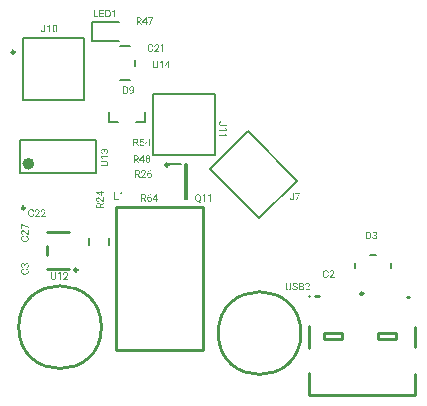
<source format=gto>
G04*
G04 #@! TF.GenerationSoftware,Altium Limited,Altium Designer,21.9.1 (22)*
G04*
G04 Layer_Color=65535*
%FSLAX25Y25*%
%MOIN*%
G70*
G04*
G04 #@! TF.SameCoordinates,E1323236-0D64-4C8B-8FC9-1981637C6FB2*
G04*
G04*
G04 #@! TF.FilePolarity,Positive*
G04*
G01*
G75*
%ADD10C,0.00984*%
%ADD11C,0.01968*%
%ADD12C,0.01000*%
%ADD13C,0.00787*%
%ADD14C,0.00800*%
G36*
X253202Y-325254D02*
Y-325584D01*
X250979Y-324559D01*
Y-325906D01*
X250719D01*
Y-324226D01*
X250898D01*
X253202Y-325254D01*
D02*
G37*
G36*
Y-327788D02*
X252977D01*
X252023Y-326930D01*
X252019Y-326926D01*
X252011Y-326922D01*
X252003Y-326911D01*
X251988Y-326899D01*
X251945Y-326864D01*
X251899Y-326825D01*
X251840Y-326783D01*
X251782Y-326740D01*
X251724Y-326697D01*
X251670Y-326666D01*
X251662Y-326662D01*
X251646Y-326655D01*
X251619Y-326643D01*
X251584Y-326627D01*
X251542Y-326616D01*
X251495Y-326604D01*
X251445Y-326596D01*
X251390Y-326593D01*
X251386D01*
X251382D01*
X251359D01*
X251320Y-326600D01*
X251278Y-326608D01*
X251227Y-326624D01*
X251173Y-326643D01*
X251123Y-326674D01*
X251072Y-326713D01*
X251068Y-326717D01*
X251053Y-326732D01*
X251033Y-326759D01*
X251006Y-326794D01*
X250983Y-326841D01*
X250963Y-326891D01*
X250948Y-326953D01*
X250944Y-327023D01*
Y-327046D01*
X250948Y-327062D01*
X250952Y-327105D01*
X250960Y-327159D01*
X250979Y-327217D01*
X251002Y-327279D01*
X251033Y-327338D01*
X251080Y-327392D01*
X251088Y-327396D01*
X251103Y-327411D01*
X251134Y-327431D01*
X251177Y-327454D01*
X251227Y-327481D01*
X251293Y-327501D01*
X251367Y-327516D01*
X251452Y-327520D01*
Y-327838D01*
X251448D01*
X251437D01*
X251417D01*
X251394Y-327834D01*
X251367Y-327830D01*
X251332Y-327826D01*
X251255Y-327811D01*
X251165Y-327784D01*
X251119Y-327764D01*
X251072Y-327745D01*
X251026Y-327718D01*
X250983Y-327691D01*
X250936Y-327656D01*
X250898Y-327617D01*
X250894Y-327613D01*
X250890Y-327605D01*
X250878Y-327594D01*
X250863Y-327578D01*
X250847Y-327555D01*
X250832Y-327528D01*
X250812Y-327497D01*
X250789Y-327458D01*
X250769Y-327419D01*
X250750Y-327376D01*
X250734Y-327326D01*
X250719Y-327272D01*
X250704Y-327217D01*
X250692Y-327155D01*
X250688Y-327093D01*
X250684Y-327023D01*
Y-326988D01*
X250688Y-326965D01*
Y-326938D01*
X250692Y-326903D01*
X250707Y-326825D01*
X250727Y-326740D01*
X250762Y-326647D01*
X250804Y-326561D01*
X250835Y-326519D01*
X250867Y-326480D01*
X250870Y-326476D01*
X250874Y-326472D01*
X250886Y-326461D01*
X250901Y-326449D01*
X250917Y-326433D01*
X250940Y-326418D01*
X250994Y-326379D01*
X251064Y-326340D01*
X251150Y-326309D01*
X251243Y-326286D01*
X251297Y-326282D01*
X251351Y-326278D01*
X251355D01*
X251367D01*
X251390Y-326282D01*
X251417Y-326286D01*
X251452Y-326294D01*
X251495Y-326302D01*
X251542Y-326317D01*
X251600Y-326337D01*
X251658Y-326360D01*
X251728Y-326391D01*
X251798Y-326430D01*
X251875Y-326476D01*
X251957Y-326527D01*
X252042Y-326589D01*
X252131Y-326662D01*
X252224Y-326744D01*
X252946Y-327407D01*
Y-326162D01*
X253202D01*
Y-327788D01*
D02*
G37*
G36*
X252434Y-328160D02*
X252457D01*
X252484Y-328168D01*
X252516Y-328172D01*
X252554Y-328183D01*
X252597Y-328195D01*
X252640Y-328207D01*
X252737Y-328245D01*
X252837Y-328296D01*
X252888Y-328327D01*
X252935Y-328362D01*
X252981Y-328404D01*
X253024Y-328447D01*
X253028Y-328451D01*
X253031Y-328459D01*
X253043Y-328470D01*
X253059Y-328490D01*
X253074Y-328517D01*
X253090Y-328544D01*
X253109Y-328579D01*
X253129Y-328618D01*
X253152Y-328664D01*
X253171Y-328711D01*
X253187Y-328765D01*
X253202Y-328824D01*
X253218Y-328886D01*
X253229Y-328952D01*
X253233Y-329022D01*
X253237Y-329095D01*
Y-329115D01*
X253233Y-329138D01*
Y-329169D01*
X253225Y-329204D01*
X253222Y-329250D01*
X253210Y-329297D01*
X253198Y-329347D01*
X253183Y-329406D01*
X253159Y-329460D01*
X253136Y-329522D01*
X253105Y-329580D01*
X253070Y-329638D01*
X253028Y-329697D01*
X252977Y-329751D01*
X252923Y-329801D01*
X252919Y-329805D01*
X252907Y-329813D01*
X252892Y-329825D01*
X252865Y-329844D01*
X252834Y-329863D01*
X252795Y-329883D01*
X252752Y-329910D01*
X252698Y-329933D01*
X252643Y-329957D01*
X252578Y-329980D01*
X252508Y-330003D01*
X252434Y-330023D01*
X252352Y-330042D01*
X252267Y-330053D01*
X252174Y-330061D01*
X252077Y-330065D01*
X251840D01*
X251836D01*
X251825D01*
X251805D01*
X251782Y-330061D01*
X251751D01*
X251716Y-330057D01*
X251677Y-330053D01*
X251635Y-330050D01*
X251542Y-330034D01*
X251437Y-330011D01*
X251332Y-329984D01*
X251231Y-329941D01*
X251227D01*
X251220Y-329933D01*
X251204Y-329929D01*
X251188Y-329918D01*
X251165Y-329906D01*
X251142Y-329891D01*
X251080Y-329852D01*
X251018Y-329801D01*
X250948Y-329739D01*
X250886Y-329669D01*
X250828Y-329592D01*
Y-329588D01*
X250820Y-329580D01*
X250816Y-329569D01*
X250804Y-329553D01*
X250793Y-329530D01*
X250781Y-329506D01*
X250769Y-329475D01*
X250754Y-329440D01*
X250731Y-329367D01*
X250707Y-329277D01*
X250692Y-329177D01*
X250684Y-329068D01*
Y-329029D01*
X250688Y-329002D01*
X250692Y-328967D01*
X250696Y-328928D01*
X250704Y-328886D01*
X250711Y-328839D01*
X250738Y-328738D01*
X250754Y-328688D01*
X250777Y-328633D01*
X250804Y-328583D01*
X250832Y-328529D01*
X250867Y-328482D01*
X250905Y-328436D01*
X250909Y-328432D01*
X250917Y-328424D01*
X250928Y-328412D01*
X250944Y-328397D01*
X250967Y-328377D01*
X250994Y-328358D01*
X251029Y-328335D01*
X251064Y-328311D01*
X251107Y-328284D01*
X251154Y-328261D01*
X251204Y-328238D01*
X251258Y-328214D01*
X251317Y-328195D01*
X251379Y-328180D01*
X251448Y-328164D01*
X251518Y-328156D01*
Y-328482D01*
X251514D01*
X251507Y-328486D01*
X251491D01*
X251468Y-328490D01*
X251445Y-328498D01*
X251417Y-328502D01*
X251351Y-328521D01*
X251282Y-328548D01*
X251212Y-328579D01*
X251142Y-328618D01*
X251115Y-328641D01*
X251088Y-328668D01*
X251080Y-328676D01*
X251064Y-328696D01*
X251045Y-328727D01*
X251018Y-328773D01*
X250994Y-328827D01*
X250971Y-328897D01*
X250956Y-328979D01*
X250952Y-329068D01*
Y-329099D01*
X250956Y-329118D01*
X250960Y-329146D01*
X250963Y-329177D01*
X250979Y-329246D01*
X251010Y-329328D01*
X251026Y-329367D01*
X251049Y-329410D01*
X251076Y-329448D01*
X251107Y-329487D01*
X251142Y-329526D01*
X251185Y-329561D01*
X251188D01*
X251196Y-329569D01*
X251208Y-329576D01*
X251227Y-329588D01*
X251251Y-329600D01*
X251282Y-329615D01*
X251317Y-329631D01*
X251355Y-329646D01*
X251398Y-329665D01*
X251448Y-329681D01*
X251503Y-329697D01*
X251561Y-329708D01*
X251627Y-329720D01*
X251697Y-329728D01*
X251770Y-329731D01*
X251848Y-329735D01*
X252089D01*
X252093D01*
X252108D01*
X252128D01*
X252155Y-329731D01*
X252190D01*
X252228Y-329728D01*
X252271Y-329720D01*
X252322Y-329716D01*
X252422Y-329693D01*
X252531Y-329665D01*
X252636Y-329623D01*
X252686Y-329600D01*
X252733Y-329569D01*
X252737Y-329565D01*
X252744Y-329561D01*
X252756Y-329549D01*
X252768Y-329538D01*
X252806Y-329499D01*
X252849Y-329444D01*
X252896Y-329378D01*
X252931Y-329297D01*
X252946Y-329250D01*
X252958Y-329204D01*
X252965Y-329150D01*
X252969Y-329095D01*
Y-329068D01*
X252965Y-329049D01*
Y-329029D01*
X252962Y-329002D01*
X252954Y-328940D01*
X252938Y-328874D01*
X252919Y-328804D01*
X252888Y-328738D01*
X252849Y-328680D01*
X252841Y-328672D01*
X252826Y-328657D01*
X252795Y-328630D01*
X252748Y-328598D01*
X252690Y-328568D01*
X252655Y-328552D01*
X252616Y-328533D01*
X252574Y-328521D01*
X252523Y-328505D01*
X252473Y-328494D01*
X252418Y-328482D01*
Y-328156D01*
X252422D01*
X252434Y-328160D01*
D02*
G37*
G36*
X287637Y-278245D02*
X287668Y-278249D01*
X287703Y-278257D01*
X287742Y-278264D01*
X287784Y-278276D01*
X287831Y-278291D01*
X287877Y-278307D01*
X287928Y-278330D01*
X287974Y-278357D01*
X288021Y-278388D01*
X288068Y-278427D01*
X288110Y-278466D01*
X288153Y-278516D01*
X288157Y-278520D01*
X288161Y-278528D01*
X288172Y-278544D01*
X288188Y-278567D01*
X288203Y-278594D01*
X288219Y-278629D01*
X288238Y-278668D01*
X288262Y-278714D01*
X288281Y-278765D01*
X288300Y-278823D01*
X288316Y-278881D01*
X288331Y-278951D01*
X288347Y-279021D01*
X288358Y-279098D01*
X288362Y-279184D01*
X288366Y-279269D01*
Y-279362D01*
Y-279366D01*
Y-279370D01*
Y-279393D01*
Y-279432D01*
X288362Y-279479D01*
X288358Y-279541D01*
X288351Y-279607D01*
X288343Y-279684D01*
X288331Y-279766D01*
X288316Y-279851D01*
X288296Y-279937D01*
X288273Y-280026D01*
X288246Y-280111D01*
X288211Y-280196D01*
X288172Y-280278D01*
X288130Y-280352D01*
X288079Y-280418D01*
X288075Y-280421D01*
X288068Y-280433D01*
X288048Y-280449D01*
X288025Y-280468D01*
X287994Y-280495D01*
X287959Y-280522D01*
X287912Y-280553D01*
X287862Y-280585D01*
X287808Y-280615D01*
X287742Y-280646D01*
X287672Y-280678D01*
X287594Y-280701D01*
X287509Y-280724D01*
X287416Y-280744D01*
X287319Y-280755D01*
X287214Y-280759D01*
X287156D01*
Y-280491D01*
X287261D01*
X287288Y-280487D01*
X287319Y-280484D01*
X287357Y-280480D01*
X287396Y-280472D01*
X287443Y-280464D01*
X287540Y-280441D01*
X287637Y-280406D01*
X287687Y-280383D01*
X287734Y-280359D01*
X287776Y-280328D01*
X287819Y-280293D01*
X287823Y-280290D01*
X287827Y-280286D01*
X287839Y-280274D01*
X287854Y-280255D01*
X287870Y-280235D01*
X287885Y-280208D01*
X287905Y-280177D01*
X287928Y-280142D01*
X287947Y-280100D01*
X287967Y-280053D01*
X287986Y-280002D01*
X288005Y-279948D01*
X288021Y-279886D01*
X288033Y-279816D01*
X288044Y-279746D01*
X288048Y-279669D01*
X288044Y-279673D01*
X288033Y-279688D01*
X288009Y-279712D01*
X287982Y-279739D01*
X287947Y-279770D01*
X287908Y-279801D01*
X287862Y-279832D01*
X287811Y-279859D01*
X287804Y-279863D01*
X287788Y-279871D01*
X287761Y-279882D01*
X287722Y-279894D01*
X287680Y-279906D01*
X287629Y-279917D01*
X287571Y-279925D01*
X287513Y-279929D01*
X287478D01*
X287435Y-279925D01*
X287385Y-279917D01*
X287326Y-279902D01*
X287261Y-279886D01*
X287198Y-279859D01*
X287136Y-279824D01*
X287129Y-279820D01*
X287109Y-279805D01*
X287082Y-279781D01*
X287047Y-279746D01*
X287004Y-279708D01*
X286966Y-279657D01*
X286923Y-279595D01*
X286888Y-279529D01*
Y-279525D01*
X286884Y-279521D01*
X286880Y-279510D01*
X286876Y-279494D01*
X286861Y-279455D01*
X286845Y-279401D01*
X286830Y-279339D01*
X286814Y-279265D01*
X286807Y-279188D01*
X286803Y-279102D01*
Y-279098D01*
Y-279091D01*
Y-279079D01*
Y-279060D01*
X286807Y-279040D01*
Y-279013D01*
X286814Y-278955D01*
X286826Y-278885D01*
X286841Y-278807D01*
X286865Y-278734D01*
X286896Y-278656D01*
Y-278652D01*
X286900Y-278648D01*
X286915Y-278621D01*
X286935Y-278586D01*
X286966Y-278544D01*
X287004Y-278493D01*
X287051Y-278443D01*
X287105Y-278392D01*
X287167Y-278350D01*
X287171D01*
X287175Y-278346D01*
X287198Y-278334D01*
X287233Y-278315D01*
X287284Y-278295D01*
X287342Y-278276D01*
X287412Y-278257D01*
X287489Y-278245D01*
X287575Y-278241D01*
X287610D01*
X287637Y-278245D01*
D02*
G37*
G36*
X285386Y-278280D02*
X285414D01*
X285449Y-278284D01*
X285487Y-278288D01*
X285526Y-278295D01*
X285615Y-278311D01*
X285712Y-278338D01*
X285809Y-278373D01*
X285906Y-278419D01*
X285910D01*
X285918Y-278427D01*
X285930Y-278435D01*
X285949Y-278447D01*
X285992Y-278478D01*
X286046Y-278524D01*
X286108Y-278582D01*
X286174Y-278652D01*
X286236Y-278738D01*
X286291Y-278831D01*
Y-278835D01*
X286298Y-278842D01*
X286302Y-278858D01*
X286314Y-278877D01*
X286321Y-278901D01*
X286333Y-278932D01*
X286345Y-278966D01*
X286360Y-279005D01*
X286372Y-279048D01*
X286384Y-279095D01*
X286407Y-279195D01*
X286422Y-279312D01*
X286430Y-279436D01*
Y-279595D01*
Y-279599D01*
Y-279611D01*
Y-279630D01*
X286426Y-279653D01*
Y-279684D01*
X286422Y-279719D01*
X286419Y-279758D01*
X286415Y-279805D01*
X286395Y-279898D01*
X286372Y-280002D01*
X286341Y-280107D01*
X286294Y-280212D01*
Y-280216D01*
X286287Y-280224D01*
X286279Y-280235D01*
X286271Y-280255D01*
X286256Y-280278D01*
X286240Y-280301D01*
X286193Y-280363D01*
X286139Y-280425D01*
X286073Y-280495D01*
X285996Y-280561D01*
X285906Y-280619D01*
X285903D01*
X285895Y-280627D01*
X285879Y-280631D01*
X285864Y-280643D01*
X285837Y-280650D01*
X285809Y-280662D01*
X285774Y-280678D01*
X285739Y-280689D01*
X285697Y-280701D01*
X285654Y-280716D01*
X285553Y-280736D01*
X285441Y-280751D01*
X285320Y-280759D01*
X284634D01*
Y-278276D01*
X285363D01*
X285386Y-278280D01*
D02*
G37*
G36*
X254132Y-319227D02*
X254167Y-319231D01*
X254205Y-319235D01*
X254248Y-319243D01*
X254295Y-319251D01*
X254396Y-319278D01*
X254446Y-319293D01*
X254500Y-319317D01*
X254551Y-319344D01*
X254605Y-319371D01*
X254652Y-319406D01*
X254698Y-319445D01*
X254702Y-319448D01*
X254710Y-319456D01*
X254721Y-319468D01*
X254737Y-319483D01*
X254756Y-319507D01*
X254776Y-319534D01*
X254799Y-319569D01*
X254822Y-319604D01*
X254850Y-319646D01*
X254873Y-319693D01*
X254896Y-319743D01*
X254919Y-319798D01*
X254939Y-319856D01*
X254954Y-319918D01*
X254970Y-319988D01*
X254978Y-320058D01*
X254652D01*
Y-320054D01*
X254648Y-320046D01*
Y-320030D01*
X254644Y-320007D01*
X254636Y-319984D01*
X254632Y-319957D01*
X254613Y-319891D01*
X254586Y-319821D01*
X254555Y-319751D01*
X254516Y-319681D01*
X254493Y-319654D01*
X254466Y-319627D01*
X254458Y-319619D01*
X254438Y-319604D01*
X254407Y-319584D01*
X254361Y-319557D01*
X254306Y-319534D01*
X254237Y-319511D01*
X254155Y-319495D01*
X254066Y-319491D01*
X254035D01*
X254015Y-319495D01*
X253988Y-319499D01*
X253957Y-319503D01*
X253887Y-319518D01*
X253806Y-319549D01*
X253767Y-319565D01*
X253724Y-319588D01*
X253686Y-319615D01*
X253647Y-319646D01*
X253608Y-319681D01*
X253573Y-319724D01*
Y-319728D01*
X253565Y-319736D01*
X253557Y-319747D01*
X253546Y-319767D01*
X253534Y-319790D01*
X253519Y-319821D01*
X253503Y-319856D01*
X253488Y-319895D01*
X253468Y-319937D01*
X253453Y-319988D01*
X253437Y-320042D01*
X253426Y-320100D01*
X253414Y-320166D01*
X253406Y-320236D01*
X253402Y-320310D01*
X253398Y-320388D01*
Y-320628D01*
Y-320632D01*
Y-320647D01*
Y-320667D01*
X253402Y-320694D01*
Y-320729D01*
X253406Y-320768D01*
X253414Y-320810D01*
X253418Y-320861D01*
X253441Y-320962D01*
X253468Y-321070D01*
X253511Y-321175D01*
X253534Y-321226D01*
X253565Y-321272D01*
X253569Y-321276D01*
X253573Y-321284D01*
X253585Y-321295D01*
X253596Y-321307D01*
X253635Y-321346D01*
X253690Y-321389D01*
X253755Y-321435D01*
X253837Y-321470D01*
X253884Y-321485D01*
X253930Y-321497D01*
X253984Y-321505D01*
X254039Y-321509D01*
X254066D01*
X254085Y-321505D01*
X254105D01*
X254132Y-321501D01*
X254194Y-321493D01*
X254260Y-321478D01*
X254330Y-321458D01*
X254396Y-321427D01*
X254454Y-321389D01*
X254462Y-321381D01*
X254477Y-321365D01*
X254504Y-321334D01*
X254535Y-321288D01*
X254566Y-321229D01*
X254582Y-321195D01*
X254601Y-321156D01*
X254613Y-321113D01*
X254628Y-321063D01*
X254640Y-321012D01*
X254652Y-320958D01*
X254978D01*
Y-320962D01*
X254974Y-320973D01*
Y-320997D01*
X254966Y-321024D01*
X254962Y-321055D01*
X254950Y-321094D01*
X254939Y-321136D01*
X254927Y-321179D01*
X254888Y-321276D01*
X254838Y-321377D01*
X254807Y-321427D01*
X254772Y-321474D01*
X254729Y-321520D01*
X254687Y-321563D01*
X254683Y-321567D01*
X254675Y-321571D01*
X254663Y-321583D01*
X254644Y-321598D01*
X254617Y-321614D01*
X254590Y-321629D01*
X254555Y-321649D01*
X254516Y-321668D01*
X254469Y-321691D01*
X254423Y-321711D01*
X254368Y-321726D01*
X254310Y-321742D01*
X254248Y-321757D01*
X254182Y-321769D01*
X254112Y-321773D01*
X254039Y-321777D01*
X254019D01*
X253996Y-321773D01*
X253965D01*
X253930Y-321765D01*
X253884Y-321761D01*
X253837Y-321749D01*
X253786Y-321738D01*
X253728Y-321722D01*
X253674Y-321699D01*
X253612Y-321676D01*
X253554Y-321645D01*
X253496Y-321610D01*
X253437Y-321567D01*
X253383Y-321517D01*
X253332Y-321462D01*
X253329Y-321458D01*
X253321Y-321447D01*
X253309Y-321431D01*
X253290Y-321404D01*
X253270Y-321373D01*
X253251Y-321334D01*
X253224Y-321291D01*
X253201Y-321237D01*
X253177Y-321183D01*
X253154Y-321117D01*
X253131Y-321047D01*
X253111Y-320973D01*
X253092Y-320892D01*
X253080Y-320807D01*
X253073Y-320713D01*
X253069Y-320616D01*
Y-320380D01*
Y-320376D01*
Y-320364D01*
Y-320345D01*
X253073Y-320321D01*
Y-320290D01*
X253076Y-320256D01*
X253080Y-320217D01*
X253084Y-320174D01*
X253100Y-320081D01*
X253123Y-319976D01*
X253150Y-319871D01*
X253193Y-319771D01*
Y-319767D01*
X253201Y-319759D01*
X253204Y-319743D01*
X253216Y-319728D01*
X253228Y-319705D01*
X253243Y-319681D01*
X253282Y-319619D01*
X253332Y-319557D01*
X253395Y-319487D01*
X253464Y-319425D01*
X253542Y-319367D01*
X253546D01*
X253554Y-319359D01*
X253565Y-319355D01*
X253581Y-319344D01*
X253604Y-319332D01*
X253627Y-319321D01*
X253658Y-319309D01*
X253693Y-319293D01*
X253767Y-319270D01*
X253856Y-319247D01*
X253957Y-319231D01*
X254066Y-319223D01*
X254105D01*
X254132Y-319227D01*
D02*
G37*
G36*
X258128D02*
X258155D01*
X258190Y-319231D01*
X258268Y-319247D01*
X258353Y-319266D01*
X258446Y-319301D01*
X258532Y-319344D01*
X258574Y-319375D01*
X258613Y-319406D01*
X258617Y-319410D01*
X258621Y-319414D01*
X258633Y-319425D01*
X258644Y-319441D01*
X258660Y-319456D01*
X258675Y-319480D01*
X258714Y-319534D01*
X258753Y-319604D01*
X258784Y-319689D01*
X258807Y-319782D01*
X258811Y-319836D01*
X258815Y-319891D01*
Y-319895D01*
Y-319906D01*
X258811Y-319930D01*
X258807Y-319957D01*
X258799Y-319992D01*
X258792Y-320034D01*
X258776Y-320081D01*
X258757Y-320139D01*
X258734Y-320197D01*
X258702Y-320267D01*
X258664Y-320337D01*
X258617Y-320415D01*
X258567Y-320496D01*
X258505Y-320582D01*
X258431Y-320671D01*
X258349Y-320764D01*
X257686Y-321485D01*
X258931D01*
Y-321742D01*
X257306D01*
Y-321517D01*
X258163Y-320562D01*
X258167Y-320558D01*
X258171Y-320550D01*
X258183Y-320543D01*
X258194Y-320527D01*
X258229Y-320484D01*
X258268Y-320438D01*
X258311Y-320380D01*
X258353Y-320321D01*
X258396Y-320263D01*
X258427Y-320209D01*
X258431Y-320201D01*
X258439Y-320186D01*
X258450Y-320159D01*
X258466Y-320124D01*
X258477Y-320081D01*
X258489Y-320034D01*
X258497Y-319984D01*
X258501Y-319930D01*
Y-319926D01*
Y-319922D01*
Y-319899D01*
X258493Y-319860D01*
X258485Y-319817D01*
X258470Y-319767D01*
X258450Y-319712D01*
X258419Y-319662D01*
X258380Y-319612D01*
X258377Y-319608D01*
X258361Y-319592D01*
X258334Y-319573D01*
X258299Y-319546D01*
X258252Y-319522D01*
X258202Y-319503D01*
X258140Y-319487D01*
X258070Y-319483D01*
X258047D01*
X258031Y-319487D01*
X257989Y-319491D01*
X257934Y-319499D01*
X257876Y-319518D01*
X257814Y-319542D01*
X257756Y-319573D01*
X257701Y-319619D01*
X257698Y-319627D01*
X257682Y-319642D01*
X257663Y-319674D01*
X257639Y-319716D01*
X257612Y-319767D01*
X257593Y-319833D01*
X257577Y-319906D01*
X257573Y-319992D01*
X257255D01*
Y-319988D01*
Y-319976D01*
Y-319957D01*
X257259Y-319934D01*
X257263Y-319906D01*
X257267Y-319871D01*
X257282Y-319794D01*
X257310Y-319705D01*
X257329Y-319658D01*
X257348Y-319612D01*
X257376Y-319565D01*
X257403Y-319522D01*
X257437Y-319476D01*
X257476Y-319437D01*
X257480Y-319433D01*
X257488Y-319429D01*
X257500Y-319418D01*
X257515Y-319402D01*
X257538Y-319386D01*
X257566Y-319371D01*
X257597Y-319352D01*
X257635Y-319328D01*
X257674Y-319309D01*
X257717Y-319289D01*
X257767Y-319274D01*
X257822Y-319258D01*
X257876Y-319243D01*
X257938Y-319231D01*
X258000Y-319227D01*
X258070Y-319223D01*
X258105D01*
X258128Y-319227D01*
D02*
G37*
G36*
X256169D02*
X256196D01*
X256231Y-319231D01*
X256309Y-319247D01*
X256394Y-319266D01*
X256487Y-319301D01*
X256572Y-319344D01*
X256615Y-319375D01*
X256654Y-319406D01*
X256658Y-319410D01*
X256662Y-319414D01*
X256673Y-319425D01*
X256685Y-319441D01*
X256700Y-319456D01*
X256716Y-319480D01*
X256755Y-319534D01*
X256793Y-319604D01*
X256824Y-319689D01*
X256848Y-319782D01*
X256852Y-319836D01*
X256856Y-319891D01*
Y-319895D01*
Y-319906D01*
X256852Y-319930D01*
X256848Y-319957D01*
X256840Y-319992D01*
X256832Y-320034D01*
X256817Y-320081D01*
X256797Y-320139D01*
X256774Y-320197D01*
X256743Y-320267D01*
X256704Y-320337D01*
X256658Y-320415D01*
X256607Y-320496D01*
X256545Y-320582D01*
X256471Y-320671D01*
X256390Y-320764D01*
X255727Y-321485D01*
X256972D01*
Y-321742D01*
X255346D01*
Y-321517D01*
X256204Y-320562D01*
X256208Y-320558D01*
X256211Y-320550D01*
X256223Y-320543D01*
X256235Y-320527D01*
X256270Y-320484D01*
X256309Y-320438D01*
X256351Y-320380D01*
X256394Y-320321D01*
X256436Y-320263D01*
X256468Y-320209D01*
X256471Y-320201D01*
X256479Y-320186D01*
X256491Y-320159D01*
X256506Y-320124D01*
X256518Y-320081D01*
X256530Y-320034D01*
X256537Y-319984D01*
X256541Y-319930D01*
Y-319926D01*
Y-319922D01*
Y-319899D01*
X256534Y-319860D01*
X256526Y-319817D01*
X256510Y-319767D01*
X256491Y-319712D01*
X256460Y-319662D01*
X256421Y-319612D01*
X256417Y-319608D01*
X256402Y-319592D01*
X256374Y-319573D01*
X256340Y-319546D01*
X256293Y-319522D01*
X256242Y-319503D01*
X256180Y-319487D01*
X256111Y-319483D01*
X256087D01*
X256072Y-319487D01*
X256029Y-319491D01*
X255975Y-319499D01*
X255917Y-319518D01*
X255855Y-319542D01*
X255796Y-319573D01*
X255742Y-319619D01*
X255738Y-319627D01*
X255723Y-319642D01*
X255703Y-319674D01*
X255680Y-319716D01*
X255653Y-319767D01*
X255633Y-319833D01*
X255618Y-319906D01*
X255614Y-319992D01*
X255296D01*
Y-319988D01*
Y-319976D01*
Y-319957D01*
X255300Y-319934D01*
X255304Y-319906D01*
X255307Y-319871D01*
X255323Y-319794D01*
X255350Y-319705D01*
X255369Y-319658D01*
X255389Y-319612D01*
X255416Y-319565D01*
X255443Y-319522D01*
X255478Y-319476D01*
X255517Y-319437D01*
X255521Y-319433D01*
X255529Y-319429D01*
X255540Y-319418D01*
X255556Y-319402D01*
X255579Y-319386D01*
X255606Y-319371D01*
X255637Y-319352D01*
X255676Y-319328D01*
X255715Y-319309D01*
X255757Y-319289D01*
X255808Y-319274D01*
X255862Y-319258D01*
X255917Y-319243D01*
X255979Y-319231D01*
X256041Y-319227D01*
X256111Y-319223D01*
X256146D01*
X256169Y-319227D01*
D02*
G37*
G36*
X296361Y-271438D02*
Y-271442D01*
Y-271454D01*
Y-271473D01*
X296357Y-271497D01*
X296354Y-271528D01*
X296350Y-271563D01*
X296342Y-271598D01*
X296334Y-271640D01*
X296307Y-271733D01*
X296291Y-271780D01*
X296268Y-271826D01*
X296241Y-271877D01*
X296214Y-271923D01*
X296179Y-271970D01*
X296140Y-272013D01*
X296136Y-272017D01*
X296128Y-272020D01*
X296117Y-272032D01*
X296101Y-272048D01*
X296078Y-272063D01*
X296051Y-272082D01*
X296020Y-272106D01*
X295985Y-272125D01*
X295946Y-272148D01*
X295900Y-272172D01*
X295849Y-272191D01*
X295799Y-272211D01*
X295740Y-272226D01*
X295678Y-272242D01*
X295616Y-272253D01*
X295546Y-272261D01*
X295461Y-272265D01*
X295422D01*
X295395Y-272261D01*
X295360Y-272257D01*
X295318Y-272253D01*
X295275Y-272246D01*
X295228Y-272238D01*
X295124Y-272211D01*
X295015Y-272172D01*
X294960Y-272148D01*
X294906Y-272117D01*
X294856Y-272086D01*
X294809Y-272048D01*
X294805Y-272044D01*
X294798Y-272036D01*
X294786Y-272024D01*
X294770Y-272009D01*
X294755Y-271986D01*
X294732Y-271958D01*
X294712Y-271923D01*
X294689Y-271888D01*
X294666Y-271850D01*
X294642Y-271803D01*
X294623Y-271753D01*
X294604Y-271698D01*
X294588Y-271640D01*
X294576Y-271578D01*
X294569Y-271512D01*
X294565Y-271442D01*
Y-269747D01*
X294891D01*
Y-271431D01*
Y-271435D01*
Y-271442D01*
Y-271458D01*
X294895Y-271473D01*
Y-271497D01*
X294899Y-271524D01*
X294910Y-271586D01*
X294926Y-271652D01*
X294953Y-271722D01*
X294988Y-271788D01*
X295038Y-271850D01*
X295046Y-271858D01*
X295065Y-271873D01*
X295100Y-271896D01*
X295147Y-271923D01*
X295205Y-271951D01*
X295279Y-271974D01*
X295364Y-271989D01*
X295461Y-271997D01*
X295488D01*
X295508Y-271993D01*
X295531D01*
X295558Y-271989D01*
X295620Y-271978D01*
X295690Y-271962D01*
X295760Y-271935D01*
X295826Y-271900D01*
X295888Y-271850D01*
X295896Y-271842D01*
X295911Y-271823D01*
X295934Y-271788D01*
X295962Y-271741D01*
X295989Y-271683D01*
X296012Y-271613D01*
X296027Y-271528D01*
X296035Y-271435D01*
Y-269747D01*
X296361D01*
Y-271438D01*
D02*
G37*
G36*
X300090Y-271396D02*
X300435D01*
Y-271652D01*
X300090D01*
Y-272230D01*
X299772D01*
Y-271652D01*
X298643D01*
Y-271469D01*
X299752Y-269747D01*
X300090D01*
Y-271396D01*
D02*
G37*
G36*
X297836Y-272230D02*
X297517D01*
Y-270127D01*
X296881Y-270360D01*
Y-270073D01*
X297785Y-269735D01*
X297836D01*
Y-272230D01*
D02*
G37*
G36*
X279066Y-299184D02*
X279093Y-299188D01*
X279128Y-299191D01*
X279202Y-299207D01*
X279287Y-299234D01*
X279376Y-299273D01*
X279419Y-299296D01*
X279462Y-299323D01*
X279504Y-299358D01*
X279543Y-299397D01*
X279547Y-299401D01*
X279551Y-299409D01*
X279563Y-299420D01*
X279574Y-299436D01*
X279590Y-299459D01*
X279605Y-299482D01*
X279621Y-299514D01*
X279640Y-299548D01*
X279660Y-299587D01*
X279675Y-299630D01*
X279706Y-299727D01*
X279729Y-299839D01*
X279733Y-299898D01*
X279737Y-299963D01*
Y-299998D01*
X279733Y-300022D01*
Y-300053D01*
X279726Y-300084D01*
X279722Y-300123D01*
X279714Y-300165D01*
X279691Y-300255D01*
X279660Y-300352D01*
X279613Y-300445D01*
X279582Y-300491D01*
X279551Y-300534D01*
X279547Y-300538D01*
X279543Y-300542D01*
X279532Y-300553D01*
X279516Y-300569D01*
X279497Y-300584D01*
X279473Y-300604D01*
X279415Y-300642D01*
X279345Y-300681D01*
X279260Y-300716D01*
X279159Y-300743D01*
X279109Y-300747D01*
X279050Y-300751D01*
Y-300433D01*
X279054D01*
X279058D01*
X279081Y-300429D01*
X279120Y-300425D01*
X279163Y-300417D01*
X279213Y-300402D01*
X279268Y-300379D01*
X279318Y-300352D01*
X279365Y-300309D01*
X279369Y-300301D01*
X279384Y-300286D01*
X279400Y-300258D01*
X279423Y-300216D01*
X279442Y-300169D01*
X279462Y-300107D01*
X279477Y-300041D01*
X279481Y-299963D01*
Y-299940D01*
X279477Y-299925D01*
X279473Y-299886D01*
X279466Y-299835D01*
X279454Y-299777D01*
X279431Y-299719D01*
X279403Y-299665D01*
X279365Y-299614D01*
X279361Y-299610D01*
X279341Y-299595D01*
X279314Y-299576D01*
X279275Y-299552D01*
X279229Y-299533D01*
X279167Y-299514D01*
X279097Y-299498D01*
X279019Y-299494D01*
X279015D01*
X279012D01*
X279000D01*
X278984D01*
X278946Y-299502D01*
X278895Y-299510D01*
X278841Y-299525D01*
X278786Y-299548D01*
X278732Y-299583D01*
X278686Y-299626D01*
X278682Y-299634D01*
X278666Y-299649D01*
X278647Y-299680D01*
X278624Y-299723D01*
X278604Y-299777D01*
X278581Y-299843D01*
X278569Y-299921D01*
X278561Y-300010D01*
Y-300247D01*
X278305D01*
Y-299971D01*
X278298Y-299933D01*
X278290Y-299882D01*
X278278Y-299828D01*
X278259Y-299769D01*
X278232Y-299711D01*
X278193Y-299661D01*
X278189Y-299657D01*
X278170Y-299641D01*
X278146Y-299622D01*
X278111Y-299595D01*
X278065Y-299572D01*
X278014Y-299552D01*
X277952Y-299537D01*
X277883Y-299533D01*
X277879D01*
X277863D01*
X277844Y-299537D01*
X277813Y-299541D01*
X277782Y-299545D01*
X277743Y-299556D01*
X277704Y-299568D01*
X277661Y-299587D01*
X277623Y-299610D01*
X277584Y-299638D01*
X277545Y-299673D01*
X277514Y-299715D01*
X277483Y-299766D01*
X277464Y-299824D01*
X277448Y-299890D01*
X277444Y-299967D01*
Y-300002D01*
X277452Y-300037D01*
X277460Y-300084D01*
X277475Y-300134D01*
X277495Y-300189D01*
X277526Y-300243D01*
X277564Y-300293D01*
X277568Y-300297D01*
X277584Y-300313D01*
X277611Y-300332D01*
X277646Y-300352D01*
X277689Y-300375D01*
X277743Y-300394D01*
X277805Y-300410D01*
X277871Y-300414D01*
Y-300728D01*
X277867D01*
X277859D01*
X277844D01*
X277820Y-300724D01*
X277797Y-300720D01*
X277766Y-300716D01*
X277700Y-300701D01*
X277623Y-300677D01*
X277541Y-300639D01*
X277498Y-300611D01*
X277460Y-300584D01*
X277421Y-300553D01*
X277382Y-300515D01*
X277378Y-300511D01*
X277374Y-300503D01*
X277363Y-300491D01*
X277351Y-300476D01*
X277335Y-300452D01*
X277320Y-300429D01*
X277301Y-300398D01*
X277281Y-300363D01*
X277246Y-300286D01*
X277215Y-300192D01*
X277192Y-300084D01*
X277188Y-300029D01*
X277184Y-299967D01*
Y-299933D01*
X277188Y-299909D01*
Y-299878D01*
X277192Y-299843D01*
X277207Y-299766D01*
X277231Y-299676D01*
X277262Y-299587D01*
X277308Y-299498D01*
X277339Y-299455D01*
X277370Y-299416D01*
X277374Y-299413D01*
X277378Y-299409D01*
X277390Y-299397D01*
X277405Y-299385D01*
X277425Y-299370D01*
X277448Y-299354D01*
X277475Y-299335D01*
X277506Y-299316D01*
X277580Y-299277D01*
X277665Y-299246D01*
X277770Y-299222D01*
X277824Y-299219D01*
X277886Y-299215D01*
X277894D01*
X277913D01*
X277945Y-299219D01*
X277987Y-299226D01*
X278034Y-299242D01*
X278088Y-299257D01*
X278142Y-299285D01*
X278201Y-299320D01*
X278208Y-299323D01*
X278224Y-299339D01*
X278251Y-299362D01*
X278286Y-299393D01*
X278325Y-299436D01*
X278360Y-299486D01*
X278398Y-299541D01*
X278430Y-299607D01*
Y-299603D01*
X278433Y-299599D01*
X278437Y-299587D01*
X278441Y-299572D01*
X278457Y-299537D01*
X278480Y-299490D01*
X278507Y-299440D01*
X278546Y-299385D01*
X278589Y-299335D01*
X278643Y-299292D01*
X278651Y-299288D01*
X278670Y-299273D01*
X278701Y-299257D01*
X278744Y-299234D01*
X278798Y-299215D01*
X278860Y-299195D01*
X278934Y-299184D01*
X279012Y-299180D01*
X279015D01*
X279027D01*
X279043D01*
X279066Y-299184D01*
D02*
G37*
G36*
X279702Y-301946D02*
X277599D01*
X277832Y-302583D01*
X277545D01*
X277207Y-301678D01*
Y-301628D01*
X279702D01*
Y-301946D01*
D02*
G37*
G36*
X278969Y-303106D02*
X279000Y-303110D01*
X279035Y-303114D01*
X279070Y-303122D01*
X279113Y-303130D01*
X279206Y-303157D01*
X279252Y-303172D01*
X279299Y-303196D01*
X279349Y-303223D01*
X279396Y-303250D01*
X279442Y-303285D01*
X279485Y-303324D01*
X279489Y-303327D01*
X279493Y-303335D01*
X279504Y-303347D01*
X279520Y-303362D01*
X279535Y-303386D01*
X279555Y-303413D01*
X279578Y-303444D01*
X279597Y-303479D01*
X279621Y-303518D01*
X279644Y-303564D01*
X279663Y-303615D01*
X279683Y-303665D01*
X279698Y-303723D01*
X279714Y-303785D01*
X279726Y-303847D01*
X279733Y-303917D01*
X279737Y-304003D01*
Y-304041D01*
X279733Y-304069D01*
X279729Y-304103D01*
X279726Y-304146D01*
X279718Y-304189D01*
X279710Y-304235D01*
X279683Y-304340D01*
X279644Y-304449D01*
X279621Y-304503D01*
X279590Y-304557D01*
X279559Y-304608D01*
X279520Y-304655D01*
X279516Y-304658D01*
X279508Y-304666D01*
X279497Y-304678D01*
X279481Y-304693D01*
X279458Y-304709D01*
X279431Y-304732D01*
X279396Y-304751D01*
X279361Y-304775D01*
X279322Y-304798D01*
X279275Y-304821D01*
X279225Y-304841D01*
X279171Y-304860D01*
X279113Y-304876D01*
X279050Y-304887D01*
X278984Y-304895D01*
X278915Y-304899D01*
X277219D01*
Y-304573D01*
X278903D01*
X278907D01*
X278915D01*
X278930D01*
X278946Y-304569D01*
X278969D01*
X278996Y-304565D01*
X279058Y-304554D01*
X279124Y-304538D01*
X279194Y-304511D01*
X279260Y-304476D01*
X279322Y-304426D01*
X279330Y-304418D01*
X279345Y-304398D01*
X279369Y-304363D01*
X279396Y-304317D01*
X279423Y-304259D01*
X279446Y-304185D01*
X279462Y-304100D01*
X279469Y-304003D01*
Y-303976D01*
X279466Y-303956D01*
Y-303933D01*
X279462Y-303906D01*
X279450Y-303844D01*
X279434Y-303774D01*
X279407Y-303704D01*
X279372Y-303638D01*
X279322Y-303576D01*
X279314Y-303568D01*
X279295Y-303553D01*
X279260Y-303529D01*
X279213Y-303502D01*
X279155Y-303475D01*
X279085Y-303452D01*
X279000Y-303436D01*
X278907Y-303428D01*
X277219D01*
Y-303102D01*
X278911D01*
X278915D01*
X278926D01*
X278946D01*
X278969Y-303106D01*
D02*
G37*
G36*
X262386Y-341950D02*
Y-341954D01*
Y-341966D01*
Y-341985D01*
X262383Y-342008D01*
X262379Y-342039D01*
X262375Y-342074D01*
X262367Y-342109D01*
X262359Y-342152D01*
X262332Y-342245D01*
X262317Y-342291D01*
X262293Y-342338D01*
X262266Y-342389D01*
X262239Y-342435D01*
X262204Y-342482D01*
X262165Y-342524D01*
X262161Y-342528D01*
X262154Y-342532D01*
X262142Y-342544D01*
X262126Y-342559D01*
X262103Y-342575D01*
X262076Y-342594D01*
X262045Y-342617D01*
X262010Y-342637D01*
X261971Y-342660D01*
X261925Y-342683D01*
X261874Y-342703D01*
X261824Y-342722D01*
X261766Y-342738D01*
X261704Y-342753D01*
X261642Y-342765D01*
X261572Y-342773D01*
X261486Y-342776D01*
X261448D01*
X261420Y-342773D01*
X261385Y-342769D01*
X261343Y-342765D01*
X261300Y-342757D01*
X261253Y-342749D01*
X261149Y-342722D01*
X261040Y-342683D01*
X260986Y-342660D01*
X260931Y-342629D01*
X260881Y-342598D01*
X260834Y-342559D01*
X260831Y-342555D01*
X260823Y-342548D01*
X260811Y-342536D01*
X260796Y-342520D01*
X260780Y-342497D01*
X260757Y-342470D01*
X260737Y-342435D01*
X260714Y-342400D01*
X260691Y-342361D01*
X260668Y-342315D01*
X260648Y-342264D01*
X260629Y-342210D01*
X260613Y-342152D01*
X260602Y-342090D01*
X260594Y-342024D01*
X260590Y-341954D01*
Y-340258D01*
X260916D01*
Y-341942D01*
Y-341946D01*
Y-341954D01*
Y-341969D01*
X260920Y-341985D01*
Y-342008D01*
X260924Y-342035D01*
X260935Y-342097D01*
X260951Y-342163D01*
X260978Y-342233D01*
X261013Y-342299D01*
X261063Y-342361D01*
X261071Y-342369D01*
X261090Y-342385D01*
X261125Y-342408D01*
X261172Y-342435D01*
X261230Y-342462D01*
X261304Y-342485D01*
X261389Y-342501D01*
X261486Y-342509D01*
X261513D01*
X261533Y-342505D01*
X261556D01*
X261583Y-342501D01*
X261645Y-342489D01*
X261715Y-342474D01*
X261785Y-342447D01*
X261851Y-342412D01*
X261913Y-342361D01*
X261921Y-342354D01*
X261936Y-342334D01*
X261960Y-342299D01*
X261987Y-342253D01*
X262014Y-342195D01*
X262037Y-342125D01*
X262053Y-342039D01*
X262060Y-341946D01*
Y-340258D01*
X262386D01*
Y-341950D01*
D02*
G37*
G36*
X265607Y-340227D02*
X265634D01*
X265669Y-340231D01*
X265746Y-340247D01*
X265832Y-340266D01*
X265925Y-340301D01*
X266010Y-340344D01*
X266053Y-340375D01*
X266092Y-340406D01*
X266096Y-340410D01*
X266100Y-340414D01*
X266111Y-340425D01*
X266123Y-340441D01*
X266138Y-340456D01*
X266154Y-340480D01*
X266193Y-340534D01*
X266231Y-340604D01*
X266263Y-340689D01*
X266286Y-340782D01*
X266290Y-340837D01*
X266294Y-340891D01*
Y-340895D01*
Y-340906D01*
X266290Y-340930D01*
X266286Y-340957D01*
X266278Y-340992D01*
X266270Y-341034D01*
X266255Y-341081D01*
X266235Y-341139D01*
X266212Y-341197D01*
X266181Y-341267D01*
X266142Y-341337D01*
X266096Y-341415D01*
X266045Y-341496D01*
X265983Y-341582D01*
X265910Y-341671D01*
X265828Y-341764D01*
X265164Y-342485D01*
X266410D01*
Y-342742D01*
X264784D01*
Y-342517D01*
X265642Y-341562D01*
X265646Y-341558D01*
X265650Y-341550D01*
X265661Y-341543D01*
X265673Y-341527D01*
X265708Y-341484D01*
X265746Y-341438D01*
X265789Y-341380D01*
X265832Y-341321D01*
X265875Y-341263D01*
X265906Y-341209D01*
X265910Y-341201D01*
X265917Y-341186D01*
X265929Y-341159D01*
X265944Y-341124D01*
X265956Y-341081D01*
X265968Y-341034D01*
X265975Y-340984D01*
X265979Y-340930D01*
Y-340926D01*
Y-340922D01*
Y-340899D01*
X265972Y-340860D01*
X265964Y-340817D01*
X265948Y-340767D01*
X265929Y-340712D01*
X265898Y-340662D01*
X265859Y-340612D01*
X265855Y-340608D01*
X265840Y-340592D01*
X265812Y-340573D01*
X265778Y-340546D01*
X265731Y-340522D01*
X265681Y-340503D01*
X265618Y-340487D01*
X265549Y-340483D01*
X265525D01*
X265510Y-340487D01*
X265467Y-340491D01*
X265413Y-340499D01*
X265355Y-340518D01*
X265293Y-340542D01*
X265234Y-340573D01*
X265180Y-340619D01*
X265176Y-340627D01*
X265161Y-340642D01*
X265141Y-340674D01*
X265118Y-340716D01*
X265091Y-340767D01*
X265071Y-340833D01*
X265056Y-340906D01*
X265052Y-340992D01*
X264734D01*
Y-340988D01*
Y-340976D01*
Y-340957D01*
X264738Y-340933D01*
X264742Y-340906D01*
X264745Y-340871D01*
X264761Y-340794D01*
X264788Y-340705D01*
X264808Y-340658D01*
X264827Y-340612D01*
X264854Y-340565D01*
X264881Y-340522D01*
X264916Y-340476D01*
X264955Y-340437D01*
X264959Y-340433D01*
X264967Y-340429D01*
X264978Y-340418D01*
X264994Y-340402D01*
X265017Y-340386D01*
X265044Y-340371D01*
X265075Y-340352D01*
X265114Y-340328D01*
X265153Y-340309D01*
X265196Y-340289D01*
X265246Y-340274D01*
X265300Y-340258D01*
X265355Y-340243D01*
X265417Y-340231D01*
X265479Y-340227D01*
X265549Y-340224D01*
X265584D01*
X265607Y-340227D01*
D02*
G37*
G36*
X263861Y-342742D02*
X263543D01*
Y-340639D01*
X262906Y-340871D01*
Y-340584D01*
X263810Y-340247D01*
X263861D01*
Y-342742D01*
D02*
G37*
G36*
X291758Y-296032D02*
X290757D01*
X290680Y-296711D01*
X290684D01*
X290688Y-296707D01*
X290699Y-296699D01*
X290711Y-296695D01*
X290750Y-296676D01*
X290800Y-296657D01*
X290862Y-296637D01*
X290932Y-296618D01*
X291010Y-296606D01*
X291095Y-296602D01*
X291126D01*
X291149Y-296606D01*
X291180Y-296610D01*
X291212Y-296614D01*
X291289Y-296630D01*
X291374Y-296657D01*
X291417Y-296676D01*
X291464Y-296695D01*
X291506Y-296723D01*
X291549Y-296754D01*
X291592Y-296789D01*
X291631Y-296827D01*
X291634Y-296831D01*
X291638Y-296839D01*
X291650Y-296851D01*
X291662Y-296870D01*
X291677Y-296889D01*
X291693Y-296920D01*
X291712Y-296952D01*
X291731Y-296986D01*
X291751Y-297029D01*
X291770Y-297076D01*
X291786Y-297126D01*
X291801Y-297180D01*
X291813Y-297239D01*
X291825Y-297301D01*
X291828Y-297367D01*
X291832Y-297436D01*
Y-297440D01*
Y-297452D01*
Y-297471D01*
X291828Y-297499D01*
X291825Y-297533D01*
X291821Y-297568D01*
X291817Y-297611D01*
X291805Y-297658D01*
X291782Y-297755D01*
X291743Y-297855D01*
X291720Y-297902D01*
X291693Y-297953D01*
X291662Y-297999D01*
X291623Y-298042D01*
X291619Y-298046D01*
X291615Y-298049D01*
X291603Y-298061D01*
X291584Y-298077D01*
X291564Y-298092D01*
X291537Y-298112D01*
X291510Y-298131D01*
X291475Y-298150D01*
X291437Y-298170D01*
X291394Y-298189D01*
X291343Y-298209D01*
X291293Y-298224D01*
X291239Y-298240D01*
X291180Y-298251D01*
X291114Y-298255D01*
X291049Y-298259D01*
X291018D01*
X290994Y-298255D01*
X290967D01*
X290932Y-298247D01*
X290858Y-298236D01*
X290773Y-298213D01*
X290684Y-298182D01*
X290595Y-298135D01*
X290548Y-298108D01*
X290509Y-298077D01*
X290505Y-298073D01*
X290501Y-298069D01*
X290490Y-298057D01*
X290478Y-298042D01*
X290459Y-298026D01*
X290443Y-298003D01*
X290424Y-297976D01*
X290404Y-297945D01*
X290362Y-297875D01*
X290323Y-297786D01*
X290292Y-297685D01*
X290280Y-297631D01*
X290272Y-297572D01*
X290571D01*
Y-297576D01*
Y-297580D01*
X290575Y-297592D01*
X290579Y-297607D01*
X290587Y-297646D01*
X290602Y-297693D01*
X290622Y-297747D01*
X290649Y-297801D01*
X290680Y-297852D01*
X290723Y-297898D01*
X290730Y-297902D01*
X290746Y-297914D01*
X290773Y-297933D01*
X290812Y-297949D01*
X290858Y-297968D01*
X290913Y-297988D01*
X290975Y-297999D01*
X291049Y-298003D01*
X291068D01*
X291083Y-297999D01*
X291122Y-297995D01*
X291173Y-297984D01*
X291227Y-297968D01*
X291285Y-297941D01*
X291339Y-297906D01*
X291390Y-297855D01*
X291394Y-297848D01*
X291409Y-297828D01*
X291429Y-297794D01*
X291456Y-297747D01*
X291479Y-297689D01*
X291499Y-297615D01*
X291514Y-297533D01*
X291518Y-297440D01*
Y-297436D01*
Y-297429D01*
Y-297417D01*
X291514Y-297398D01*
X291510Y-297351D01*
X291502Y-297297D01*
X291483Y-297231D01*
X291460Y-297165D01*
X291429Y-297099D01*
X291382Y-297037D01*
X291374Y-297029D01*
X291359Y-297014D01*
X291328Y-296990D01*
X291285Y-296959D01*
X291235Y-296932D01*
X291173Y-296909D01*
X291103Y-296893D01*
X291021Y-296885D01*
X290986D01*
X290951Y-296889D01*
X290905Y-296897D01*
X290851Y-296909D01*
X290800Y-296924D01*
X290746Y-296948D01*
X290699Y-296979D01*
X290614Y-297045D01*
X290362Y-296983D01*
X290490Y-295741D01*
X291758D01*
Y-296032D01*
D02*
G37*
G36*
X293508Y-297390D02*
X293854D01*
Y-297646D01*
X293508D01*
Y-298224D01*
X293190D01*
Y-297646D01*
X292061D01*
Y-297464D01*
X293171Y-295741D01*
X293508D01*
Y-297390D01*
D02*
G37*
G36*
X289039Y-295745D02*
X289074D01*
X289112Y-295753D01*
X289159Y-295757D01*
X289206Y-295764D01*
X289310Y-295788D01*
X289419Y-295822D01*
X289469Y-295846D01*
X289520Y-295869D01*
X289570Y-295900D01*
X289613Y-295935D01*
X289617Y-295939D01*
X289625Y-295943D01*
X289632Y-295954D01*
X289648Y-295970D01*
X289667Y-295989D01*
X289687Y-296012D01*
X289706Y-296044D01*
X289729Y-296075D01*
X289749Y-296113D01*
X289768Y-296152D01*
X289788Y-296199D01*
X289807Y-296249D01*
X289822Y-296304D01*
X289830Y-296362D01*
X289838Y-296424D01*
X289842Y-296490D01*
Y-296494D01*
Y-296501D01*
Y-296513D01*
Y-296529D01*
X289834Y-296571D01*
X289826Y-296630D01*
X289811Y-296691D01*
X289788Y-296761D01*
X289756Y-296831D01*
X289714Y-296897D01*
X289710Y-296905D01*
X289690Y-296924D01*
X289663Y-296955D01*
X289625Y-296994D01*
X289574Y-297033D01*
X289516Y-297076D01*
X289446Y-297114D01*
X289365Y-297149D01*
X289950Y-298205D01*
Y-298224D01*
X289597D01*
X289058Y-297219D01*
X288476D01*
Y-298224D01*
X288146D01*
Y-295741D01*
X289008D01*
X289039Y-295745D01*
D02*
G37*
G36*
X291605Y-302907D02*
X291951D01*
Y-303164D01*
X291605D01*
Y-303742D01*
X291287D01*
Y-303164D01*
X290158D01*
Y-302981D01*
X291268Y-301258D01*
X291605D01*
Y-302907D01*
D02*
G37*
G36*
X289095Y-301262D02*
X289130D01*
X289169Y-301270D01*
X289215Y-301274D01*
X289262Y-301282D01*
X289367Y-301305D01*
X289475Y-301340D01*
X289526Y-301363D01*
X289576Y-301386D01*
X289627Y-301417D01*
X289669Y-301452D01*
X289673Y-301456D01*
X289681Y-301460D01*
X289689Y-301472D01*
X289704Y-301487D01*
X289723Y-301507D01*
X289743Y-301530D01*
X289762Y-301561D01*
X289786Y-301592D01*
X289805Y-301631D01*
X289824Y-301670D01*
X289844Y-301716D01*
X289863Y-301767D01*
X289879Y-301821D01*
X289886Y-301879D01*
X289894Y-301941D01*
X289898Y-302007D01*
Y-302011D01*
Y-302019D01*
Y-302030D01*
Y-302046D01*
X289890Y-302089D01*
X289883Y-302147D01*
X289867Y-302209D01*
X289844Y-302279D01*
X289813Y-302349D01*
X289770Y-302415D01*
X289766Y-302422D01*
X289747Y-302442D01*
X289720Y-302473D01*
X289681Y-302512D01*
X289630Y-302550D01*
X289572Y-302593D01*
X289502Y-302632D01*
X289421Y-302667D01*
X290007Y-303722D01*
Y-303742D01*
X289654D01*
X289114Y-302737D01*
X288532D01*
Y-303742D01*
X288203D01*
Y-301258D01*
X289064D01*
X289095Y-301262D01*
D02*
G37*
G36*
X293060Y-301227D02*
X293087D01*
X293122Y-301231D01*
X293196Y-301247D01*
X293281Y-301270D01*
X293371Y-301301D01*
X293456Y-301348D01*
X293499Y-301379D01*
X293537Y-301410D01*
X293541Y-301414D01*
X293545Y-301417D01*
X293557Y-301429D01*
X293569Y-301445D01*
X293584Y-301460D01*
X293600Y-301483D01*
X293638Y-301542D01*
X293677Y-301611D01*
X293708Y-301697D01*
X293731Y-301794D01*
X293735Y-301848D01*
X293739Y-301906D01*
Y-301910D01*
Y-301914D01*
Y-301937D01*
X293735Y-301972D01*
X293728Y-302019D01*
X293716Y-302069D01*
X293697Y-302124D01*
X293673Y-302182D01*
X293638Y-302240D01*
X293635Y-302248D01*
X293619Y-302263D01*
X293600Y-302291D01*
X293569Y-302322D01*
X293530Y-302356D01*
X293487Y-302395D01*
X293433Y-302430D01*
X293375Y-302465D01*
X293378D01*
X293382Y-302469D01*
X293406Y-302481D01*
X293441Y-302500D01*
X293487Y-302527D01*
X293534Y-302562D01*
X293584Y-302605D01*
X293635Y-302651D01*
X293681Y-302710D01*
X293685Y-302717D01*
X293701Y-302737D01*
X293720Y-302772D01*
X293739Y-302814D01*
X293763Y-302869D01*
X293778Y-302931D01*
X293794Y-303000D01*
X293797Y-303074D01*
Y-303078D01*
Y-303090D01*
Y-303105D01*
X293794Y-303129D01*
X293790Y-303156D01*
X293786Y-303187D01*
X293770Y-303260D01*
X293743Y-303342D01*
X293704Y-303427D01*
X293681Y-303470D01*
X293654Y-303509D01*
X293619Y-303548D01*
X293580Y-303586D01*
X293576Y-303590D01*
X293569Y-303594D01*
X293557Y-303602D01*
X293541Y-303617D01*
X293518Y-303629D01*
X293491Y-303645D01*
X293464Y-303664D01*
X293429Y-303679D01*
X293386Y-303699D01*
X293343Y-303714D01*
X293297Y-303734D01*
X293247Y-303746D01*
X293134Y-303769D01*
X293072Y-303773D01*
X293006Y-303777D01*
X292971D01*
X292948Y-303773D01*
X292917Y-303769D01*
X292882Y-303765D01*
X292843Y-303761D01*
X292800Y-303753D01*
X292707Y-303730D01*
X292614Y-303695D01*
X292564Y-303676D01*
X292517Y-303648D01*
X292474Y-303621D01*
X292432Y-303586D01*
X292428Y-303583D01*
X292424Y-303579D01*
X292412Y-303567D01*
X292397Y-303552D01*
X292381Y-303532D01*
X292366Y-303509D01*
X292346Y-303482D01*
X292327Y-303451D01*
X292284Y-303377D01*
X292253Y-303288D01*
X292226Y-303187D01*
X292222Y-303132D01*
X292218Y-303074D01*
Y-303070D01*
Y-303066D01*
Y-303055D01*
Y-303039D01*
X292226Y-303000D01*
X292234Y-302954D01*
X292246Y-302896D01*
X292265Y-302834D01*
X292292Y-302772D01*
X292327Y-302710D01*
X292331Y-302702D01*
X292346Y-302682D01*
X292373Y-302655D01*
X292405Y-302616D01*
X292451Y-302578D01*
X292502Y-302539D01*
X292564Y-302500D01*
X292634Y-302465D01*
X292626Y-302461D01*
X292606Y-302450D01*
X292575Y-302430D01*
X292536Y-302403D01*
X292498Y-302372D01*
X292451Y-302333D01*
X292408Y-302287D01*
X292370Y-302236D01*
X292366Y-302228D01*
X292354Y-302209D01*
X292339Y-302182D01*
X292323Y-302139D01*
X292308Y-302093D01*
X292292Y-302034D01*
X292280Y-301972D01*
X292277Y-301906D01*
Y-301903D01*
Y-301891D01*
Y-301875D01*
X292280Y-301856D01*
X292284Y-301829D01*
X292288Y-301798D01*
X292300Y-301728D01*
X292323Y-301646D01*
X292362Y-301565D01*
X292381Y-301522D01*
X292408Y-301483D01*
X292440Y-301445D01*
X292474Y-301410D01*
X292478Y-301406D01*
X292482Y-301402D01*
X292494Y-301394D01*
X292509Y-301379D01*
X292533Y-301367D01*
X292556Y-301351D01*
X292583Y-301332D01*
X292618Y-301317D01*
X292692Y-301282D01*
X292785Y-301251D01*
X292890Y-301231D01*
X292944Y-301227D01*
X293006Y-301223D01*
X293037D01*
X293060Y-301227D01*
D02*
G37*
G36*
X294817Y-255437D02*
X293789Y-257742D01*
X293459D01*
X294483Y-255518D01*
X293137D01*
Y-255258D01*
X294817D01*
Y-255437D01*
D02*
G37*
G36*
X292586Y-256907D02*
X292931D01*
Y-257164D01*
X292586D01*
Y-257742D01*
X292268D01*
Y-257164D01*
X291139D01*
Y-256981D01*
X292248Y-255258D01*
X292586D01*
Y-256907D01*
D02*
G37*
G36*
X290075Y-255262D02*
X290110D01*
X290149Y-255270D01*
X290196Y-255274D01*
X290242Y-255282D01*
X290347Y-255305D01*
X290456Y-255340D01*
X290506Y-255363D01*
X290557Y-255386D01*
X290607Y-255417D01*
X290650Y-255452D01*
X290654Y-255456D01*
X290661Y-255460D01*
X290669Y-255472D01*
X290685Y-255487D01*
X290704Y-255507D01*
X290723Y-255530D01*
X290743Y-255561D01*
X290766Y-255592D01*
X290786Y-255631D01*
X290805Y-255670D01*
X290824Y-255716D01*
X290844Y-255767D01*
X290859Y-255821D01*
X290867Y-255879D01*
X290875Y-255941D01*
X290879Y-256007D01*
Y-256011D01*
Y-256019D01*
Y-256031D01*
Y-256046D01*
X290871Y-256089D01*
X290863Y-256147D01*
X290848Y-256209D01*
X290824Y-256279D01*
X290793Y-256349D01*
X290751Y-256415D01*
X290747Y-256422D01*
X290727Y-256442D01*
X290700Y-256473D01*
X290661Y-256512D01*
X290611Y-256550D01*
X290553Y-256593D01*
X290483Y-256632D01*
X290401Y-256667D01*
X290987Y-257722D01*
Y-257742D01*
X290634D01*
X290095Y-256737D01*
X289513D01*
Y-257742D01*
X289183D01*
Y-255258D01*
X290044D01*
X290075Y-255262D01*
D02*
G37*
G36*
X277681Y-313492D02*
X278259D01*
Y-313810D01*
X277681D01*
Y-314939D01*
X277499D01*
X275776Y-313829D01*
Y-313492D01*
X277425D01*
Y-313146D01*
X277681D01*
Y-313492D01*
D02*
G37*
G36*
X278259Y-316782D02*
X278034D01*
X277080Y-315924D01*
X277076Y-315920D01*
X277068Y-315917D01*
X277060Y-315905D01*
X277045Y-315893D01*
X277002Y-315858D01*
X276955Y-315820D01*
X276897Y-315777D01*
X276839Y-315734D01*
X276781Y-315691D01*
X276727Y-315661D01*
X276719Y-315657D01*
X276703Y-315649D01*
X276676Y-315637D01*
X276641Y-315622D01*
X276598Y-315610D01*
X276552Y-315598D01*
X276501Y-315591D01*
X276447Y-315587D01*
X276443D01*
X276439D01*
X276416D01*
X276377Y-315595D01*
X276335Y-315602D01*
X276284Y-315618D01*
X276230Y-315637D01*
X276179Y-315668D01*
X276129Y-315707D01*
X276125Y-315711D01*
X276110Y-315726D01*
X276090Y-315754D01*
X276063Y-315789D01*
X276040Y-315835D01*
X276020Y-315885D01*
X276005Y-315948D01*
X276001Y-316018D01*
Y-316041D01*
X276005Y-316056D01*
X276009Y-316099D01*
X276016Y-316153D01*
X276036Y-316212D01*
X276059Y-316273D01*
X276090Y-316332D01*
X276137Y-316386D01*
X276145Y-316390D01*
X276160Y-316406D01*
X276191Y-316425D01*
X276234Y-316448D01*
X276284Y-316475D01*
X276350Y-316495D01*
X276424Y-316510D01*
X276509Y-316514D01*
Y-316832D01*
X276505D01*
X276494D01*
X276474D01*
X276451Y-316828D01*
X276424Y-316825D01*
X276389Y-316821D01*
X276311Y-316805D01*
X276222Y-316778D01*
X276175Y-316758D01*
X276129Y-316739D01*
X276082Y-316712D01*
X276040Y-316685D01*
X275993Y-316650D01*
X275954Y-316611D01*
X275951Y-316607D01*
X275947Y-316599D01*
X275935Y-316588D01*
X275919Y-316572D01*
X275904Y-316549D01*
X275888Y-316522D01*
X275869Y-316491D01*
X275846Y-316452D01*
X275826Y-316413D01*
X275807Y-316371D01*
X275791Y-316320D01*
X275776Y-316266D01*
X275760Y-316212D01*
X275749Y-316149D01*
X275745Y-316087D01*
X275741Y-316018D01*
Y-315983D01*
X275745Y-315959D01*
Y-315932D01*
X275749Y-315897D01*
X275764Y-315820D01*
X275784Y-315734D01*
X275818Y-315641D01*
X275861Y-315556D01*
X275892Y-315513D01*
X275923Y-315474D01*
X275927Y-315470D01*
X275931Y-315466D01*
X275943Y-315455D01*
X275958Y-315443D01*
X275974Y-315428D01*
X275997Y-315412D01*
X276051Y-315373D01*
X276121Y-315335D01*
X276206Y-315303D01*
X276300Y-315280D01*
X276354Y-315276D01*
X276408Y-315272D01*
X276412D01*
X276424D01*
X276447Y-315276D01*
X276474Y-315280D01*
X276509Y-315288D01*
X276552Y-315296D01*
X276598Y-315311D01*
X276657Y-315331D01*
X276715Y-315354D01*
X276785Y-315385D01*
X276854Y-315424D01*
X276932Y-315470D01*
X277014Y-315521D01*
X277099Y-315583D01*
X277188Y-315657D01*
X277281Y-315738D01*
X278003Y-316402D01*
Y-315156D01*
X278259D01*
Y-316782D01*
D02*
G37*
G36*
Y-317403D02*
X277254Y-317942D01*
Y-318524D01*
X278259D01*
Y-318854D01*
X275776D01*
Y-317992D01*
X275780Y-317961D01*
Y-317926D01*
X275787Y-317888D01*
X275791Y-317841D01*
X275799Y-317794D01*
X275822Y-317690D01*
X275857Y-317581D01*
X275881Y-317531D01*
X275904Y-317480D01*
X275935Y-317430D01*
X275970Y-317387D01*
X275974Y-317383D01*
X275978Y-317375D01*
X275989Y-317368D01*
X276005Y-317352D01*
X276024Y-317333D01*
X276047Y-317313D01*
X276079Y-317294D01*
X276110Y-317271D01*
X276148Y-317251D01*
X276187Y-317232D01*
X276234Y-317213D01*
X276284Y-317193D01*
X276339Y-317178D01*
X276397Y-317170D01*
X276459Y-317162D01*
X276525Y-317158D01*
X276529D01*
X276536D01*
X276548D01*
X276564D01*
X276606Y-317166D01*
X276664Y-317174D01*
X276727Y-317189D01*
X276796Y-317213D01*
X276866Y-317244D01*
X276932Y-317286D01*
X276940Y-317290D01*
X276959Y-317309D01*
X276990Y-317337D01*
X277029Y-317375D01*
X277068Y-317426D01*
X277111Y-317484D01*
X277149Y-317554D01*
X277184Y-317635D01*
X278240Y-317050D01*
X278259D01*
Y-317403D01*
D02*
G37*
G36*
X282054Y-255247D02*
X281736D01*
Y-253145D01*
X281100Y-253377D01*
Y-253090D01*
X282004Y-252753D01*
X282054D01*
Y-255247D01*
D02*
G37*
G36*
X279563Y-252768D02*
X279590D01*
X279625Y-252772D01*
X279664Y-252776D01*
X279703Y-252784D01*
X279792Y-252799D01*
X279889Y-252826D01*
X279986Y-252861D01*
X280083Y-252908D01*
X280087D01*
X280095Y-252916D01*
X280106Y-252923D01*
X280126Y-252935D01*
X280168Y-252966D01*
X280223Y-253012D01*
X280285Y-253071D01*
X280351Y-253141D01*
X280413Y-253226D01*
X280467Y-253319D01*
Y-253323D01*
X280475Y-253331D01*
X280479Y-253346D01*
X280490Y-253366D01*
X280498Y-253389D01*
X280510Y-253420D01*
X280521Y-253455D01*
X280537Y-253494D01*
X280549Y-253536D01*
X280560Y-253583D01*
X280584Y-253684D01*
X280599Y-253800D01*
X280607Y-253924D01*
Y-254083D01*
Y-254087D01*
Y-254099D01*
Y-254118D01*
X280603Y-254142D01*
Y-254173D01*
X280599Y-254208D01*
X280595Y-254246D01*
X280591Y-254293D01*
X280572Y-254386D01*
X280549Y-254491D01*
X280518Y-254596D01*
X280471Y-254700D01*
Y-254704D01*
X280463Y-254712D01*
X280455Y-254724D01*
X280448Y-254743D01*
X280432Y-254766D01*
X280417Y-254790D01*
X280370Y-254852D01*
X280316Y-254914D01*
X280250Y-254984D01*
X280172Y-255049D01*
X280083Y-255108D01*
X280079D01*
X280071Y-255116D01*
X280056Y-255119D01*
X280040Y-255131D01*
X280013Y-255139D01*
X279986Y-255150D01*
X279951Y-255166D01*
X279916Y-255178D01*
X279873Y-255189D01*
X279831Y-255205D01*
X279730Y-255224D01*
X279617Y-255240D01*
X279497Y-255247D01*
X278810D01*
Y-252764D01*
X279540D01*
X279563Y-252768D01*
D02*
G37*
G36*
X278384Y-253032D02*
X277150D01*
Y-253831D01*
X278224D01*
Y-254099D01*
X277150D01*
Y-254980D01*
X278399D01*
Y-255247D01*
X276824D01*
Y-252764D01*
X278384D01*
Y-253032D01*
D02*
G37*
G36*
X275276Y-254980D02*
X276451D01*
Y-255247D01*
X274946D01*
Y-252764D01*
X275276D01*
Y-254980D01*
D02*
G37*
G36*
X317413Y-290247D02*
X317410D01*
X317406D01*
X317394D01*
X317379Y-290251D01*
X317340Y-290255D01*
X317293Y-290262D01*
X317239Y-290274D01*
X317185Y-290297D01*
X317130Y-290324D01*
X317080Y-290363D01*
X317076Y-290367D01*
X317060Y-290387D01*
X317045Y-290414D01*
X317022Y-290449D01*
X317002Y-290499D01*
X316983Y-290557D01*
X316967Y-290627D01*
X316964Y-290705D01*
Y-290724D01*
X316967Y-290740D01*
X316971Y-290774D01*
X316979Y-290821D01*
X316995Y-290872D01*
X317018Y-290926D01*
X317045Y-290980D01*
X317088Y-291031D01*
X317095Y-291035D01*
X317111Y-291050D01*
X317142Y-291069D01*
X317181Y-291093D01*
X317231Y-291116D01*
X317293Y-291135D01*
X317367Y-291151D01*
X317448Y-291159D01*
X319214D01*
Y-291488D01*
X317452D01*
X317448D01*
X317437D01*
X317417D01*
X317394Y-291484D01*
X317363Y-291481D01*
X317328Y-291477D01*
X317251Y-291461D01*
X317158Y-291434D01*
X317064Y-291395D01*
X317022Y-291372D01*
X316975Y-291345D01*
X316932Y-291310D01*
X316894Y-291271D01*
X316890Y-291267D01*
X316886Y-291260D01*
X316874Y-291248D01*
X316863Y-291232D01*
X316847Y-291209D01*
X316832Y-291186D01*
X316812Y-291155D01*
X316797Y-291120D01*
X316777Y-291081D01*
X316758Y-291038D01*
X316742Y-290992D01*
X316727Y-290941D01*
X316704Y-290829D01*
X316700Y-290771D01*
X316696Y-290705D01*
Y-290670D01*
X316700Y-290643D01*
Y-290612D01*
X316707Y-290577D01*
X316711Y-290538D01*
X316719Y-290491D01*
X316742Y-290398D01*
X316773Y-290305D01*
X316820Y-290212D01*
X316851Y-290165D01*
X316882Y-290126D01*
X316886Y-290123D01*
X316890Y-290119D01*
X316901Y-290107D01*
X316917Y-290095D01*
X316936Y-290080D01*
X316960Y-290061D01*
X316987Y-290041D01*
X317022Y-290026D01*
X317057Y-290006D01*
X317095Y-289987D01*
X317138Y-289967D01*
X317189Y-289952D01*
X317293Y-289929D01*
X317352Y-289925D01*
X317413Y-289921D01*
Y-290247D01*
D02*
G37*
G36*
X319226Y-292951D02*
Y-293002D01*
X316731D01*
Y-292683D01*
X318834D01*
X318601Y-292047D01*
X318888D01*
X319226Y-292951D01*
D02*
G37*
G36*
Y-294911D02*
Y-294961D01*
X316731D01*
Y-294643D01*
X318834D01*
X318601Y-294006D01*
X318888D01*
X319226Y-294911D01*
D02*
G37*
G36*
X258787Y-259520D02*
Y-259524D01*
Y-259535D01*
Y-259555D01*
X258784Y-259578D01*
X258780Y-259609D01*
X258776Y-259644D01*
X258760Y-259722D01*
X258733Y-259815D01*
X258694Y-259908D01*
X258671Y-259951D01*
X258644Y-259997D01*
X258609Y-260040D01*
X258570Y-260079D01*
X258566Y-260083D01*
X258559Y-260086D01*
X258547Y-260098D01*
X258531Y-260110D01*
X258508Y-260125D01*
X258485Y-260141D01*
X258454Y-260160D01*
X258419Y-260176D01*
X258380Y-260195D01*
X258337Y-260214D01*
X258291Y-260230D01*
X258240Y-260245D01*
X258128Y-260269D01*
X258070Y-260273D01*
X258004Y-260277D01*
X257969D01*
X257942Y-260273D01*
X257911D01*
X257876Y-260265D01*
X257837Y-260261D01*
X257790Y-260253D01*
X257697Y-260230D01*
X257604Y-260199D01*
X257511Y-260152D01*
X257464Y-260121D01*
X257426Y-260090D01*
X257422Y-260086D01*
X257418Y-260083D01*
X257406Y-260071D01*
X257395Y-260055D01*
X257379Y-260036D01*
X257360Y-260013D01*
X257340Y-259985D01*
X257325Y-259951D01*
X257305Y-259916D01*
X257286Y-259877D01*
X257266Y-259834D01*
X257251Y-259784D01*
X257228Y-259679D01*
X257224Y-259621D01*
X257220Y-259559D01*
X257546D01*
Y-259563D01*
Y-259566D01*
Y-259578D01*
X257550Y-259594D01*
X257554Y-259632D01*
X257561Y-259679D01*
X257573Y-259733D01*
X257596Y-259788D01*
X257624Y-259842D01*
X257662Y-259892D01*
X257666Y-259896D01*
X257686Y-259912D01*
X257713Y-259927D01*
X257748Y-259951D01*
X257798Y-259970D01*
X257856Y-259989D01*
X257926Y-260005D01*
X258004Y-260009D01*
X258023D01*
X258039Y-260005D01*
X258074Y-260001D01*
X258120Y-259993D01*
X258171Y-259978D01*
X258225Y-259955D01*
X258279Y-259927D01*
X258330Y-259885D01*
X258333Y-259877D01*
X258349Y-259861D01*
X258368Y-259830D01*
X258392Y-259791D01*
X258415Y-259741D01*
X258434Y-259679D01*
X258450Y-259605D01*
X258458Y-259524D01*
Y-257758D01*
X258787D01*
Y-259520D01*
D02*
G37*
G36*
X260301Y-260242D02*
X259982D01*
Y-258139D01*
X259346Y-258371D01*
Y-258084D01*
X260250Y-257747D01*
X260301D01*
Y-260242D01*
D02*
G37*
G36*
X262062Y-257727D02*
X262093Y-257731D01*
X262132Y-257739D01*
X262175Y-257747D01*
X262221Y-257754D01*
X262314Y-257786D01*
X262365Y-257809D01*
X262415Y-257832D01*
X262462Y-257863D01*
X262505Y-257898D01*
X262547Y-257937D01*
X262586Y-257983D01*
X262590Y-257987D01*
X262594Y-257995D01*
X262605Y-258011D01*
X262617Y-258030D01*
X262629Y-258057D01*
X262648Y-258092D01*
X262664Y-258131D01*
X262683Y-258177D01*
X262699Y-258232D01*
X262718Y-258290D01*
X262734Y-258356D01*
X262749Y-258426D01*
X262761Y-258503D01*
X262772Y-258589D01*
X262776Y-258678D01*
X262780Y-258775D01*
Y-259186D01*
Y-259194D01*
Y-259209D01*
Y-259241D01*
X262776Y-259276D01*
Y-259322D01*
X262768Y-259376D01*
X262765Y-259435D01*
X262757Y-259497D01*
X262734Y-259632D01*
X262699Y-259768D01*
X262679Y-259834D01*
X262652Y-259896D01*
X262625Y-259955D01*
X262590Y-260009D01*
X262586Y-260013D01*
X262582Y-260020D01*
X262571Y-260032D01*
X262555Y-260051D01*
X262536Y-260071D01*
X262508Y-260094D01*
X262477Y-260117D01*
X262446Y-260141D01*
X262407Y-260168D01*
X262361Y-260191D01*
X262314Y-260214D01*
X262260Y-260234D01*
X262202Y-260253D01*
X262140Y-260265D01*
X262074Y-260273D01*
X262000Y-260277D01*
X261961D01*
X261934Y-260273D01*
X261903Y-260269D01*
X261864Y-260261D01*
X261822Y-260253D01*
X261775Y-260245D01*
X261682Y-260214D01*
X261631Y-260191D01*
X261581Y-260168D01*
X261535Y-260137D01*
X261492Y-260102D01*
X261449Y-260063D01*
X261410Y-260017D01*
X261406Y-260013D01*
X261403Y-260005D01*
X261391Y-259989D01*
X261379Y-259966D01*
X261368Y-259939D01*
X261348Y-259904D01*
X261333Y-259865D01*
X261313Y-259819D01*
X261298Y-259768D01*
X261279Y-259710D01*
X261263Y-259644D01*
X261247Y-259574D01*
X261232Y-259497D01*
X261224Y-259411D01*
X261216Y-259322D01*
X261212Y-259229D01*
Y-258806D01*
Y-258798D01*
Y-258783D01*
Y-258756D01*
X261216Y-258717D01*
X261220Y-258670D01*
X261224Y-258620D01*
X261228Y-258562D01*
X261236Y-258500D01*
X261259Y-258368D01*
X261294Y-258232D01*
X261313Y-258166D01*
X261340Y-258104D01*
X261368Y-258046D01*
X261403Y-257991D01*
X261406Y-257987D01*
X261410Y-257980D01*
X261422Y-257968D01*
X261438Y-257948D01*
X261461Y-257929D01*
X261484Y-257906D01*
X261515Y-257883D01*
X261550Y-257855D01*
X261589Y-257832D01*
X261631Y-257809D01*
X261678Y-257786D01*
X261732Y-257766D01*
X261791Y-257747D01*
X261857Y-257735D01*
X261923Y-257727D01*
X261996Y-257723D01*
X262035D01*
X262062Y-257727D01*
D02*
G37*
G36*
X293927Y-264227D02*
X293962Y-264231D01*
X294000Y-264235D01*
X294043Y-264243D01*
X294090Y-264251D01*
X294191Y-264278D01*
X294241Y-264293D01*
X294295Y-264317D01*
X294346Y-264344D01*
X294400Y-264371D01*
X294447Y-264406D01*
X294493Y-264445D01*
X294497Y-264448D01*
X294505Y-264456D01*
X294516Y-264468D01*
X294532Y-264483D01*
X294551Y-264507D01*
X294571Y-264534D01*
X294594Y-264569D01*
X294617Y-264604D01*
X294644Y-264646D01*
X294668Y-264693D01*
X294691Y-264743D01*
X294714Y-264798D01*
X294734Y-264856D01*
X294749Y-264918D01*
X294765Y-264988D01*
X294773Y-265058D01*
X294447D01*
Y-265054D01*
X294443Y-265046D01*
Y-265031D01*
X294439Y-265007D01*
X294431Y-264984D01*
X294427Y-264957D01*
X294408Y-264891D01*
X294381Y-264821D01*
X294350Y-264751D01*
X294311Y-264681D01*
X294287Y-264654D01*
X294260Y-264627D01*
X294253Y-264619D01*
X294233Y-264604D01*
X294202Y-264584D01*
X294156Y-264557D01*
X294101Y-264534D01*
X294031Y-264511D01*
X293950Y-264495D01*
X293861Y-264491D01*
X293830D01*
X293810Y-264495D01*
X293783Y-264499D01*
X293752Y-264503D01*
X293682Y-264518D01*
X293601Y-264549D01*
X293562Y-264565D01*
X293519Y-264588D01*
X293480Y-264615D01*
X293442Y-264646D01*
X293403Y-264681D01*
X293368Y-264724D01*
Y-264728D01*
X293360Y-264736D01*
X293352Y-264747D01*
X293341Y-264767D01*
X293329Y-264790D01*
X293314Y-264821D01*
X293298Y-264856D01*
X293283Y-264895D01*
X293263Y-264937D01*
X293248Y-264988D01*
X293232Y-265042D01*
X293220Y-265100D01*
X293209Y-265166D01*
X293201Y-265236D01*
X293197Y-265310D01*
X293193Y-265388D01*
Y-265628D01*
Y-265632D01*
Y-265647D01*
Y-265667D01*
X293197Y-265694D01*
Y-265729D01*
X293201Y-265768D01*
X293209Y-265810D01*
X293213Y-265861D01*
X293236Y-265962D01*
X293263Y-266070D01*
X293306Y-266175D01*
X293329Y-266226D01*
X293360Y-266272D01*
X293364Y-266276D01*
X293368Y-266284D01*
X293380Y-266295D01*
X293391Y-266307D01*
X293430Y-266346D01*
X293484Y-266389D01*
X293550Y-266435D01*
X293632Y-266470D01*
X293678Y-266486D01*
X293725Y-266497D01*
X293779Y-266505D01*
X293833Y-266509D01*
X293861D01*
X293880Y-266505D01*
X293899D01*
X293927Y-266501D01*
X293989Y-266493D01*
X294055Y-266478D01*
X294125Y-266458D01*
X294191Y-266427D01*
X294249Y-266389D01*
X294256Y-266381D01*
X294272Y-266365D01*
X294299Y-266334D01*
X294330Y-266288D01*
X294361Y-266229D01*
X294377Y-266195D01*
X294396Y-266156D01*
X294408Y-266113D01*
X294423Y-266063D01*
X294435Y-266012D01*
X294447Y-265958D01*
X294773D01*
Y-265962D01*
X294769Y-265973D01*
Y-265997D01*
X294761Y-266024D01*
X294757Y-266055D01*
X294745Y-266094D01*
X294734Y-266136D01*
X294722Y-266179D01*
X294683Y-266276D01*
X294633Y-266377D01*
X294602Y-266427D01*
X294567Y-266474D01*
X294524Y-266520D01*
X294481Y-266563D01*
X294478Y-266567D01*
X294470Y-266571D01*
X294458Y-266582D01*
X294439Y-266598D01*
X294412Y-266614D01*
X294385Y-266629D01*
X294350Y-266649D01*
X294311Y-266668D01*
X294264Y-266691D01*
X294218Y-266711D01*
X294163Y-266726D01*
X294105Y-266742D01*
X294043Y-266757D01*
X293977Y-266769D01*
X293907Y-266773D01*
X293833Y-266776D01*
X293814D01*
X293791Y-266773D01*
X293760D01*
X293725Y-266765D01*
X293678Y-266761D01*
X293632Y-266749D01*
X293581Y-266738D01*
X293523Y-266722D01*
X293469Y-266699D01*
X293407Y-266676D01*
X293349Y-266645D01*
X293290Y-266610D01*
X293232Y-266567D01*
X293178Y-266517D01*
X293127Y-266462D01*
X293124Y-266458D01*
X293116Y-266447D01*
X293104Y-266431D01*
X293085Y-266404D01*
X293065Y-266373D01*
X293046Y-266334D01*
X293019Y-266291D01*
X292996Y-266237D01*
X292972Y-266183D01*
X292949Y-266117D01*
X292926Y-266047D01*
X292906Y-265973D01*
X292887Y-265892D01*
X292875Y-265807D01*
X292867Y-265713D01*
X292863Y-265616D01*
Y-265380D01*
Y-265376D01*
Y-265364D01*
Y-265345D01*
X292867Y-265321D01*
Y-265290D01*
X292871Y-265256D01*
X292875Y-265217D01*
X292879Y-265174D01*
X292895Y-265081D01*
X292918Y-264976D01*
X292945Y-264871D01*
X292988Y-264771D01*
Y-264767D01*
X292996Y-264759D01*
X292999Y-264743D01*
X293011Y-264728D01*
X293023Y-264705D01*
X293038Y-264681D01*
X293077Y-264619D01*
X293127Y-264557D01*
X293190Y-264487D01*
X293259Y-264425D01*
X293337Y-264367D01*
X293341D01*
X293349Y-264359D01*
X293360Y-264355D01*
X293376Y-264344D01*
X293399Y-264332D01*
X293422Y-264320D01*
X293453Y-264309D01*
X293488Y-264293D01*
X293562Y-264270D01*
X293651Y-264247D01*
X293752Y-264231D01*
X293861Y-264224D01*
X293899D01*
X293927Y-264227D01*
D02*
G37*
G36*
X298136Y-266742D02*
X297818D01*
Y-264639D01*
X297182Y-264871D01*
Y-264584D01*
X298086Y-264247D01*
X298136D01*
Y-266742D01*
D02*
G37*
G36*
X295964Y-264227D02*
X295991D01*
X296026Y-264231D01*
X296103Y-264247D01*
X296189Y-264266D01*
X296282Y-264301D01*
X296367Y-264344D01*
X296410Y-264375D01*
X296449Y-264406D01*
X296452Y-264410D01*
X296456Y-264414D01*
X296468Y-264425D01*
X296480Y-264441D01*
X296495Y-264456D01*
X296511Y-264480D01*
X296550Y-264534D01*
X296588Y-264604D01*
X296619Y-264689D01*
X296643Y-264782D01*
X296646Y-264837D01*
X296650Y-264891D01*
Y-264895D01*
Y-264906D01*
X296646Y-264930D01*
X296643Y-264957D01*
X296635Y-264992D01*
X296627Y-265034D01*
X296612Y-265081D01*
X296592Y-265139D01*
X296569Y-265197D01*
X296538Y-265267D01*
X296499Y-265337D01*
X296452Y-265415D01*
X296402Y-265496D01*
X296340Y-265581D01*
X296266Y-265671D01*
X296185Y-265764D01*
X295521Y-266486D01*
X296767D01*
Y-266742D01*
X295141D01*
Y-266517D01*
X295999Y-265562D01*
X296003Y-265558D01*
X296006Y-265550D01*
X296018Y-265543D01*
X296030Y-265527D01*
X296064Y-265484D01*
X296103Y-265438D01*
X296146Y-265380D01*
X296189Y-265321D01*
X296231Y-265263D01*
X296262Y-265209D01*
X296266Y-265201D01*
X296274Y-265186D01*
X296286Y-265159D01*
X296301Y-265124D01*
X296313Y-265081D01*
X296324Y-265034D01*
X296332Y-264984D01*
X296336Y-264930D01*
Y-264926D01*
Y-264922D01*
Y-264899D01*
X296328Y-264860D01*
X296321Y-264817D01*
X296305Y-264767D01*
X296286Y-264712D01*
X296255Y-264662D01*
X296216Y-264612D01*
X296212Y-264608D01*
X296197Y-264592D01*
X296169Y-264573D01*
X296134Y-264545D01*
X296088Y-264522D01*
X296037Y-264503D01*
X295975Y-264487D01*
X295905Y-264483D01*
X295882D01*
X295867Y-264487D01*
X295824Y-264491D01*
X295770Y-264499D01*
X295711Y-264518D01*
X295649Y-264542D01*
X295591Y-264573D01*
X295537Y-264619D01*
X295533Y-264627D01*
X295517Y-264643D01*
X295498Y-264674D01*
X295475Y-264716D01*
X295448Y-264767D01*
X295428Y-264833D01*
X295413Y-264906D01*
X295409Y-264992D01*
X295091D01*
Y-264988D01*
Y-264976D01*
Y-264957D01*
X295094Y-264933D01*
X295098Y-264906D01*
X295102Y-264871D01*
X295118Y-264794D01*
X295145Y-264705D01*
X295164Y-264658D01*
X295184Y-264612D01*
X295211Y-264565D01*
X295238Y-264522D01*
X295273Y-264476D01*
X295312Y-264437D01*
X295316Y-264433D01*
X295323Y-264429D01*
X295335Y-264418D01*
X295351Y-264402D01*
X295374Y-264386D01*
X295401Y-264371D01*
X295432Y-264352D01*
X295471Y-264328D01*
X295510Y-264309D01*
X295552Y-264289D01*
X295603Y-264274D01*
X295657Y-264258D01*
X295711Y-264243D01*
X295774Y-264231D01*
X295836Y-264227D01*
X295905Y-264224D01*
X295940D01*
X295964Y-264227D01*
D02*
G37*
G36*
X252566Y-337225D02*
X252593Y-337229D01*
X252628Y-337233D01*
X252702Y-337248D01*
X252787Y-337275D01*
X252876Y-337314D01*
X252919Y-337337D01*
X252962Y-337365D01*
X253004Y-337400D01*
X253043Y-337438D01*
X253047Y-337442D01*
X253051Y-337450D01*
X253063Y-337462D01*
X253074Y-337477D01*
X253090Y-337500D01*
X253105Y-337524D01*
X253121Y-337555D01*
X253140Y-337590D01*
X253160Y-337629D01*
X253175Y-337671D01*
X253206Y-337768D01*
X253229Y-337881D01*
X253233Y-337939D01*
X253237Y-338005D01*
Y-338040D01*
X253233Y-338063D01*
Y-338094D01*
X253226Y-338125D01*
X253222Y-338164D01*
X253214Y-338207D01*
X253191Y-338296D01*
X253160Y-338393D01*
X253113Y-338486D01*
X253082Y-338532D01*
X253051Y-338575D01*
X253047Y-338579D01*
X253043Y-338583D01*
X253032Y-338595D01*
X253016Y-338610D01*
X252997Y-338626D01*
X252973Y-338645D01*
X252915Y-338684D01*
X252845Y-338723D01*
X252760Y-338757D01*
X252659Y-338785D01*
X252609Y-338789D01*
X252550Y-338792D01*
Y-338474D01*
X252554D01*
X252558D01*
X252582Y-338470D01*
X252620Y-338467D01*
X252663Y-338459D01*
X252713Y-338443D01*
X252768Y-338420D01*
X252818Y-338393D01*
X252865Y-338350D01*
X252869Y-338342D01*
X252884Y-338327D01*
X252900Y-338300D01*
X252923Y-338257D01*
X252942Y-338210D01*
X252962Y-338148D01*
X252977Y-338082D01*
X252981Y-338005D01*
Y-337982D01*
X252977Y-337966D01*
X252973Y-337927D01*
X252966Y-337877D01*
X252954Y-337819D01*
X252931Y-337760D01*
X252904Y-337706D01*
X252865Y-337656D01*
X252861Y-337652D01*
X252841Y-337636D01*
X252814Y-337617D01*
X252776Y-337594D01*
X252729Y-337574D01*
X252667Y-337555D01*
X252597Y-337539D01*
X252519Y-337535D01*
X252516D01*
X252512D01*
X252500D01*
X252484D01*
X252446Y-337543D01*
X252395Y-337551D01*
X252341Y-337566D01*
X252287Y-337590D01*
X252232Y-337625D01*
X252186Y-337667D01*
X252182Y-337675D01*
X252166Y-337690D01*
X252147Y-337722D01*
X252124Y-337764D01*
X252104Y-337819D01*
X252081Y-337884D01*
X252069Y-337962D01*
X252062Y-338051D01*
Y-338288D01*
X251805D01*
Y-338013D01*
X251798Y-337974D01*
X251790Y-337923D01*
X251778Y-337869D01*
X251759Y-337811D01*
X251732Y-337753D01*
X251693Y-337702D01*
X251689Y-337698D01*
X251670Y-337683D01*
X251646Y-337663D01*
X251611Y-337636D01*
X251565Y-337613D01*
X251515Y-337594D01*
X251452Y-337578D01*
X251382Y-337574D01*
X251379D01*
X251363D01*
X251344Y-337578D01*
X251313Y-337582D01*
X251282Y-337586D01*
X251243Y-337597D01*
X251204Y-337609D01*
X251161Y-337629D01*
X251123Y-337652D01*
X251084Y-337679D01*
X251045Y-337714D01*
X251014Y-337756D01*
X250983Y-337807D01*
X250963Y-337865D01*
X250948Y-337931D01*
X250944Y-338009D01*
Y-338044D01*
X250952Y-338078D01*
X250960Y-338125D01*
X250975Y-338176D01*
X250994Y-338230D01*
X251026Y-338284D01*
X251064Y-338335D01*
X251068Y-338338D01*
X251084Y-338354D01*
X251111Y-338373D01*
X251146Y-338393D01*
X251188Y-338416D01*
X251243Y-338436D01*
X251305Y-338451D01*
X251371Y-338455D01*
Y-338769D01*
X251367D01*
X251359D01*
X251344D01*
X251321Y-338765D01*
X251297Y-338761D01*
X251266Y-338757D01*
X251200Y-338742D01*
X251123Y-338719D01*
X251041Y-338680D01*
X250998Y-338653D01*
X250960Y-338626D01*
X250921Y-338595D01*
X250882Y-338556D01*
X250878Y-338552D01*
X250874Y-338544D01*
X250863Y-338532D01*
X250851Y-338517D01*
X250835Y-338494D01*
X250820Y-338470D01*
X250801Y-338439D01*
X250781Y-338404D01*
X250746Y-338327D01*
X250715Y-338234D01*
X250692Y-338125D01*
X250688Y-338071D01*
X250684Y-338009D01*
Y-337974D01*
X250688Y-337950D01*
Y-337919D01*
X250692Y-337884D01*
X250707Y-337807D01*
X250731Y-337718D01*
X250762Y-337629D01*
X250808Y-337539D01*
X250839Y-337496D01*
X250870Y-337458D01*
X250874Y-337454D01*
X250878Y-337450D01*
X250890Y-337438D01*
X250905Y-337427D01*
X250925Y-337411D01*
X250948Y-337396D01*
X250975Y-337376D01*
X251006Y-337357D01*
X251080Y-337318D01*
X251165Y-337287D01*
X251270Y-337264D01*
X251324Y-337260D01*
X251386Y-337256D01*
X251394D01*
X251414D01*
X251445Y-337260D01*
X251487Y-337268D01*
X251534Y-337283D01*
X251588Y-337299D01*
X251642Y-337326D01*
X251701Y-337361D01*
X251709Y-337365D01*
X251724Y-337380D01*
X251751Y-337403D01*
X251786Y-337435D01*
X251825Y-337477D01*
X251860Y-337528D01*
X251899Y-337582D01*
X251930Y-337648D01*
Y-337644D01*
X251934Y-337640D01*
X251937Y-337629D01*
X251941Y-337613D01*
X251957Y-337578D01*
X251980Y-337531D01*
X252007Y-337481D01*
X252046Y-337427D01*
X252089Y-337376D01*
X252143Y-337334D01*
X252151Y-337330D01*
X252170Y-337314D01*
X252201Y-337299D01*
X252244Y-337275D01*
X252298Y-337256D01*
X252360Y-337237D01*
X252434Y-337225D01*
X252512Y-337221D01*
X252516D01*
X252527D01*
X252543D01*
X252566Y-337225D01*
D02*
G37*
G36*
X252434Y-339118D02*
X252457D01*
X252484Y-339126D01*
X252516Y-339130D01*
X252554Y-339142D01*
X252597Y-339153D01*
X252640Y-339165D01*
X252737Y-339204D01*
X252838Y-339254D01*
X252888Y-339285D01*
X252935Y-339320D01*
X252981Y-339363D01*
X253024Y-339405D01*
X253028Y-339409D01*
X253032Y-339417D01*
X253043Y-339429D01*
X253059Y-339448D01*
X253074Y-339475D01*
X253090Y-339503D01*
X253109Y-339537D01*
X253129Y-339576D01*
X253152Y-339623D01*
X253171Y-339669D01*
X253187Y-339724D01*
X253202Y-339782D01*
X253218Y-339844D01*
X253229Y-339910D01*
X253233Y-339980D01*
X253237Y-340054D01*
Y-340073D01*
X253233Y-340096D01*
Y-340127D01*
X253226Y-340162D01*
X253222Y-340209D01*
X253210Y-340255D01*
X253198Y-340306D01*
X253183Y-340364D01*
X253160Y-340418D01*
X253136Y-340480D01*
X253105Y-340539D01*
X253070Y-340597D01*
X253028Y-340655D01*
X252977Y-340709D01*
X252923Y-340760D01*
X252919Y-340763D01*
X252907Y-340771D01*
X252892Y-340783D01*
X252865Y-340802D01*
X252834Y-340822D01*
X252795Y-340841D01*
X252752Y-340868D01*
X252698Y-340892D01*
X252644Y-340915D01*
X252578Y-340938D01*
X252508Y-340961D01*
X252434Y-340981D01*
X252353Y-341000D01*
X252267Y-341012D01*
X252174Y-341020D01*
X252077Y-341023D01*
X251840D01*
X251836D01*
X251825D01*
X251805D01*
X251782Y-341020D01*
X251751D01*
X251716Y-341016D01*
X251677Y-341012D01*
X251635Y-341008D01*
X251542Y-340992D01*
X251437Y-340969D01*
X251332Y-340942D01*
X251231Y-340899D01*
X251227D01*
X251220Y-340892D01*
X251204Y-340888D01*
X251188Y-340876D01*
X251165Y-340864D01*
X251142Y-340849D01*
X251080Y-340810D01*
X251018Y-340760D01*
X250948Y-340698D01*
X250886Y-340628D01*
X250828Y-340550D01*
Y-340546D01*
X250820Y-340539D01*
X250816Y-340527D01*
X250804Y-340511D01*
X250793Y-340488D01*
X250781Y-340465D01*
X250769Y-340434D01*
X250754Y-340399D01*
X250731Y-340325D01*
X250707Y-340236D01*
X250692Y-340135D01*
X250684Y-340026D01*
Y-339987D01*
X250688Y-339960D01*
X250692Y-339925D01*
X250696Y-339887D01*
X250704Y-339844D01*
X250711Y-339797D01*
X250739Y-339697D01*
X250754Y-339646D01*
X250777Y-339592D01*
X250804Y-339541D01*
X250832Y-339487D01*
X250867Y-339440D01*
X250905Y-339394D01*
X250909Y-339390D01*
X250917Y-339382D01*
X250929Y-339371D01*
X250944Y-339355D01*
X250967Y-339336D01*
X250994Y-339316D01*
X251029Y-339293D01*
X251064Y-339270D01*
X251107Y-339243D01*
X251154Y-339219D01*
X251204Y-339196D01*
X251258Y-339173D01*
X251317Y-339153D01*
X251379Y-339138D01*
X251448Y-339122D01*
X251518Y-339114D01*
Y-339440D01*
X251515D01*
X251507Y-339444D01*
X251491D01*
X251468Y-339448D01*
X251445Y-339456D01*
X251417Y-339460D01*
X251351Y-339479D01*
X251282Y-339506D01*
X251212Y-339537D01*
X251142Y-339576D01*
X251115Y-339599D01*
X251088Y-339627D01*
X251080Y-339634D01*
X251064Y-339654D01*
X251045Y-339685D01*
X251018Y-339731D01*
X250994Y-339786D01*
X250971Y-339856D01*
X250956Y-339937D01*
X250952Y-340026D01*
Y-340057D01*
X250956Y-340077D01*
X250960Y-340104D01*
X250963Y-340135D01*
X250979Y-340205D01*
X251010Y-340286D01*
X251026Y-340325D01*
X251049Y-340368D01*
X251076Y-340406D01*
X251107Y-340445D01*
X251142Y-340484D01*
X251185Y-340519D01*
X251188D01*
X251196Y-340527D01*
X251208Y-340535D01*
X251227Y-340546D01*
X251251Y-340558D01*
X251282Y-340573D01*
X251317Y-340589D01*
X251355Y-340604D01*
X251398Y-340624D01*
X251448Y-340639D01*
X251503Y-340655D01*
X251561Y-340667D01*
X251627Y-340678D01*
X251697Y-340686D01*
X251771Y-340690D01*
X251848Y-340694D01*
X252089D01*
X252093D01*
X252108D01*
X252128D01*
X252155Y-340690D01*
X252190D01*
X252228Y-340686D01*
X252271Y-340678D01*
X252322Y-340674D01*
X252422Y-340651D01*
X252531Y-340624D01*
X252636Y-340581D01*
X252686Y-340558D01*
X252733Y-340527D01*
X252737Y-340523D01*
X252744Y-340519D01*
X252756Y-340507D01*
X252768Y-340496D01*
X252806Y-340457D01*
X252849Y-340403D01*
X252896Y-340337D01*
X252931Y-340255D01*
X252946Y-340209D01*
X252958Y-340162D01*
X252966Y-340108D01*
X252970Y-340054D01*
Y-340026D01*
X252966Y-340007D01*
Y-339987D01*
X252962Y-339960D01*
X252954Y-339898D01*
X252938Y-339832D01*
X252919Y-339762D01*
X252888Y-339697D01*
X252849Y-339638D01*
X252841Y-339631D01*
X252826Y-339615D01*
X252795Y-339588D01*
X252748Y-339557D01*
X252690Y-339526D01*
X252655Y-339510D01*
X252616Y-339491D01*
X252574Y-339479D01*
X252523Y-339464D01*
X252473Y-339452D01*
X252418Y-339440D01*
Y-339114D01*
X252422D01*
X252434Y-339118D01*
D02*
G37*
G36*
X341744Y-315503D02*
Y-315506D01*
Y-315518D01*
Y-315537D01*
X341740Y-315561D01*
X341736Y-315592D01*
X341732Y-315627D01*
X341717Y-315704D01*
X341690Y-315797D01*
X341651Y-315891D01*
X341628Y-315933D01*
X341600Y-315980D01*
X341565Y-316022D01*
X341527Y-316061D01*
X341523Y-316065D01*
X341515Y-316069D01*
X341503Y-316081D01*
X341488Y-316092D01*
X341465Y-316108D01*
X341441Y-316123D01*
X341410Y-316143D01*
X341375Y-316158D01*
X341336Y-316178D01*
X341294Y-316197D01*
X341247Y-316213D01*
X341197Y-316228D01*
X341084Y-316251D01*
X341026Y-316255D01*
X340960Y-316259D01*
X340925D01*
X340898Y-316255D01*
X340867D01*
X340832Y-316247D01*
X340793Y-316244D01*
X340747Y-316236D01*
X340654Y-316213D01*
X340561Y-316181D01*
X340467Y-316135D01*
X340421Y-316104D01*
X340382Y-316073D01*
X340378Y-316069D01*
X340374Y-316065D01*
X340363Y-316053D01*
X340351Y-316038D01*
X340335Y-316019D01*
X340316Y-315995D01*
X340297Y-315968D01*
X340281Y-315933D01*
X340262Y-315898D01*
X340242Y-315859D01*
X340223Y-315817D01*
X340207Y-315766D01*
X340184Y-315662D01*
X340180Y-315603D01*
X340176Y-315541D01*
X340502D01*
Y-315545D01*
Y-315549D01*
Y-315561D01*
X340506Y-315576D01*
X340510Y-315615D01*
X340518Y-315662D01*
X340529Y-315716D01*
X340553Y-315770D01*
X340580Y-315825D01*
X340619Y-315875D01*
X340623Y-315879D01*
X340642Y-315894D01*
X340669Y-315910D01*
X340704Y-315933D01*
X340755Y-315952D01*
X340813Y-315972D01*
X340883Y-315987D01*
X340960Y-315991D01*
X340980D01*
X340995Y-315987D01*
X341030Y-315984D01*
X341077Y-315976D01*
X341127Y-315960D01*
X341181Y-315937D01*
X341236Y-315910D01*
X341286Y-315867D01*
X341290Y-315859D01*
X341305Y-315844D01*
X341325Y-315813D01*
X341348Y-315774D01*
X341371Y-315724D01*
X341391Y-315662D01*
X341406Y-315588D01*
X341414Y-315506D01*
Y-313741D01*
X341744D01*
Y-315503D01*
D02*
G37*
G36*
X343824Y-313919D02*
X342795Y-316224D01*
X342466D01*
X343490Y-314001D01*
X342144D01*
Y-313741D01*
X343824D01*
Y-313919D01*
D02*
G37*
G36*
X296008Y-315890D02*
X296354D01*
Y-316146D01*
X296008D01*
Y-316724D01*
X295690D01*
Y-316146D01*
X294561D01*
Y-315964D01*
X295671Y-314241D01*
X296008D01*
Y-315890D01*
D02*
G37*
G36*
X291539Y-314245D02*
X291574D01*
X291612Y-314253D01*
X291659Y-314257D01*
X291705Y-314264D01*
X291810Y-314287D01*
X291919Y-314322D01*
X291969Y-314346D01*
X292020Y-314369D01*
X292070Y-314400D01*
X292113Y-314435D01*
X292117Y-314439D01*
X292125Y-314443D01*
X292132Y-314454D01*
X292148Y-314470D01*
X292167Y-314489D01*
X292187Y-314512D01*
X292206Y-314544D01*
X292229Y-314575D01*
X292249Y-314613D01*
X292268Y-314652D01*
X292287Y-314699D01*
X292307Y-314749D01*
X292322Y-314804D01*
X292330Y-314862D01*
X292338Y-314924D01*
X292342Y-314990D01*
Y-314994D01*
Y-315001D01*
Y-315013D01*
Y-315029D01*
X292334Y-315071D01*
X292326Y-315129D01*
X292311Y-315192D01*
X292287Y-315261D01*
X292256Y-315331D01*
X292214Y-315397D01*
X292210Y-315405D01*
X292191Y-315424D01*
X292163Y-315455D01*
X292125Y-315494D01*
X292074Y-315533D01*
X292016Y-315576D01*
X291946Y-315615D01*
X291865Y-315649D01*
X292450Y-316705D01*
Y-316724D01*
X292097D01*
X291558Y-315719D01*
X290976D01*
Y-316724D01*
X290646D01*
Y-314241D01*
X291508D01*
X291539Y-314245D01*
D02*
G37*
G36*
X293956Y-314509D02*
X293882D01*
X293863Y-314512D01*
X293836D01*
X293805Y-314516D01*
X293770Y-314524D01*
X293731Y-314528D01*
X293684Y-314540D01*
X293591Y-314567D01*
X293494Y-314606D01*
X293444Y-314629D01*
X293397Y-314660D01*
X293351Y-314691D01*
X293308Y-314730D01*
X293304Y-314734D01*
X293300Y-314741D01*
X293288Y-314753D01*
X293273Y-314769D01*
X293257Y-314792D01*
X293238Y-314819D01*
X293219Y-314850D01*
X293195Y-314885D01*
X293172Y-314924D01*
X293153Y-314967D01*
X293129Y-315017D01*
X293110Y-315071D01*
X293094Y-315126D01*
X293079Y-315188D01*
X293067Y-315254D01*
X293060Y-315323D01*
X293063Y-315320D01*
X293067Y-315312D01*
X293079Y-315304D01*
X293094Y-315288D01*
X293114Y-315273D01*
X293137Y-315254D01*
X293168Y-315230D01*
X293199Y-315211D01*
X293234Y-315192D01*
X293277Y-315168D01*
X293366Y-315133D01*
X293421Y-315118D01*
X293475Y-315106D01*
X293533Y-315102D01*
X293595Y-315098D01*
X293626D01*
X293649Y-315102D01*
X293676Y-315106D01*
X293708Y-315110D01*
X293781Y-315126D01*
X293863Y-315153D01*
X293905Y-315172D01*
X293948Y-315195D01*
X293991Y-315223D01*
X294034Y-315250D01*
X294072Y-315288D01*
X294111Y-315327D01*
X294115Y-315331D01*
X294119Y-315339D01*
X294130Y-315351D01*
X294142Y-315370D01*
X294158Y-315389D01*
X294173Y-315421D01*
X294189Y-315452D01*
X294208Y-315486D01*
X294228Y-315529D01*
X294243Y-315572D01*
X294258Y-315622D01*
X294274Y-315673D01*
X294297Y-315789D01*
X294301Y-315851D01*
X294305Y-315917D01*
Y-315921D01*
Y-315933D01*
Y-315952D01*
X294301Y-315979D01*
X294297Y-316014D01*
X294293Y-316049D01*
X294290Y-316092D01*
X294278Y-316138D01*
X294255Y-316235D01*
X294216Y-316336D01*
X294193Y-316387D01*
X294165Y-316437D01*
X294134Y-316484D01*
X294096Y-316530D01*
X294092Y-316534D01*
X294088Y-316542D01*
X294072Y-316549D01*
X294057Y-316565D01*
X294037Y-316584D01*
X294010Y-316604D01*
X293983Y-316623D01*
X293948Y-316643D01*
X293909Y-316666D01*
X293867Y-316685D01*
X293820Y-316705D01*
X293774Y-316724D01*
X293719Y-316740D01*
X293661Y-316747D01*
X293599Y-316755D01*
X293537Y-316759D01*
X293502D01*
X293479Y-316755D01*
X293448Y-316751D01*
X293413Y-316743D01*
X293374Y-316736D01*
X293331Y-316724D01*
X293285Y-316712D01*
X293238Y-316693D01*
X293192Y-316670D01*
X293141Y-316643D01*
X293094Y-316612D01*
X293048Y-316577D01*
X293001Y-316534D01*
X292959Y-316488D01*
X292955Y-316484D01*
X292951Y-316476D01*
X292939Y-316460D01*
X292924Y-316437D01*
X292908Y-316410D01*
X292889Y-316379D01*
X292869Y-316340D01*
X292850Y-316297D01*
X292827Y-316247D01*
X292807Y-316193D01*
X292788Y-316134D01*
X292773Y-316072D01*
X292757Y-316006D01*
X292745Y-315936D01*
X292741Y-315859D01*
X292738Y-315781D01*
Y-315661D01*
Y-315657D01*
Y-315653D01*
Y-315630D01*
X292741Y-315595D01*
Y-315548D01*
X292745Y-315490D01*
X292753Y-315424D01*
X292761Y-315351D01*
X292773Y-315273D01*
X292788Y-315188D01*
X292807Y-315102D01*
X292831Y-315017D01*
X292862Y-314928D01*
X292893Y-314842D01*
X292932Y-314761D01*
X292978Y-314683D01*
X293029Y-314613D01*
X293033Y-314610D01*
X293044Y-314598D01*
X293060Y-314579D01*
X293083Y-314555D01*
X293114Y-314528D01*
X293153Y-314497D01*
X293195Y-314466D01*
X293246Y-314431D01*
X293304Y-314396D01*
X293370Y-314365D01*
X293440Y-314334D01*
X293517Y-314303D01*
X293603Y-314280D01*
X293696Y-314260D01*
X293793Y-314249D01*
X293898Y-314241D01*
X293956D01*
Y-314509D01*
D02*
G37*
G36*
X314078Y-316716D02*
X313760D01*
Y-314614D01*
X313124Y-314846D01*
Y-314559D01*
X314028Y-314222D01*
X314078D01*
Y-316716D01*
D02*
G37*
G36*
X312119D02*
X311801D01*
Y-314614D01*
X311164Y-314846D01*
Y-314559D01*
X312069Y-314222D01*
X312119D01*
Y-316716D01*
D02*
G37*
G36*
X309709Y-314202D02*
X309737D01*
X309764Y-314206D01*
X309838Y-314218D01*
X309919Y-314233D01*
X310004Y-314260D01*
X310097Y-314295D01*
X310183Y-314346D01*
X310187D01*
X310194Y-314353D01*
X310206Y-314361D01*
X310222Y-314373D01*
X310260Y-314404D01*
X310315Y-314451D01*
X310369Y-314513D01*
X310427Y-314582D01*
X310485Y-314668D01*
X310536Y-314765D01*
Y-314769D01*
X310540Y-314776D01*
X310547Y-314792D01*
X310555Y-314811D01*
X310563Y-314839D01*
X310575Y-314870D01*
X310586Y-314904D01*
X310598Y-314947D01*
X310610Y-314990D01*
X310621Y-315040D01*
X310641Y-315145D01*
X310656Y-315265D01*
X310660Y-315397D01*
Y-315556D01*
Y-315560D01*
Y-315572D01*
Y-315591D01*
Y-315618D01*
X310656Y-315649D01*
X310652Y-315684D01*
Y-315723D01*
X310645Y-315770D01*
X310633Y-315867D01*
X310610Y-315971D01*
X310582Y-316076D01*
X310544Y-316177D01*
Y-316181D01*
X310540Y-316189D01*
X310532Y-316200D01*
X310524Y-316220D01*
X310513Y-316243D01*
X310497Y-316266D01*
X310462Y-316325D01*
X310416Y-316390D01*
X310361Y-316460D01*
X310299Y-316526D01*
X310226Y-316584D01*
X310668Y-316930D01*
X310443Y-317136D01*
X309919Y-316720D01*
X309915D01*
X309899Y-316724D01*
X309872Y-316728D01*
X309841Y-316736D01*
X309803Y-316740D01*
X309760Y-316747D01*
X309709Y-316751D01*
X309632D01*
X309609Y-316747D01*
X309585D01*
X309554Y-316744D01*
X309484Y-316732D01*
X309403Y-316716D01*
X309317Y-316689D01*
X309228Y-316654D01*
X309139Y-316608D01*
X309135D01*
X309127Y-316600D01*
X309116Y-316592D01*
X309100Y-316581D01*
X309062Y-316550D01*
X309011Y-316503D01*
X308953Y-316445D01*
X308895Y-316375D01*
X308836Y-316290D01*
X308786Y-316196D01*
Y-316193D01*
X308782Y-316185D01*
X308774Y-316169D01*
X308767Y-316150D01*
X308759Y-316123D01*
X308747Y-316092D01*
X308736Y-316057D01*
X308724Y-316018D01*
X308712Y-315975D01*
X308701Y-315929D01*
X308681Y-315824D01*
X308666Y-315708D01*
X308662Y-315580D01*
Y-315401D01*
Y-315397D01*
Y-315386D01*
Y-315366D01*
X308666Y-315339D01*
Y-315308D01*
X308670Y-315273D01*
X308674Y-315230D01*
X308677Y-315188D01*
X308693Y-315087D01*
X308716Y-314982D01*
X308743Y-314874D01*
X308786Y-314769D01*
Y-314765D01*
X308794Y-314757D01*
X308798Y-314741D01*
X308809Y-314722D01*
X308821Y-314699D01*
X308836Y-314672D01*
X308875Y-314614D01*
X308926Y-314544D01*
X308988Y-314474D01*
X309058Y-314408D01*
X309135Y-314346D01*
X309139D01*
X309147Y-314338D01*
X309158Y-314330D01*
X309174Y-314322D01*
X309197Y-314311D01*
X309224Y-314299D01*
X309252Y-314288D01*
X309286Y-314272D01*
X309364Y-314245D01*
X309453Y-314222D01*
X309550Y-314206D01*
X309659Y-314198D01*
X309690D01*
X309709Y-314202D01*
D02*
G37*
G36*
X284491Y-315995D02*
X284173D01*
Y-313892D01*
X283537Y-314124D01*
Y-313837D01*
X284441Y-313500D01*
X284491D01*
Y-315995D01*
D02*
G37*
G36*
X281989Y-315727D02*
X283165D01*
Y-315995D01*
X281659D01*
Y-313511D01*
X281989D01*
Y-315727D01*
D02*
G37*
G36*
X368637Y-326727D02*
X368668D01*
X368703Y-326731D01*
X368780Y-326747D01*
X368870Y-326770D01*
X368959Y-326801D01*
X369048Y-326848D01*
X369091Y-326879D01*
X369130Y-326910D01*
X369133Y-326914D01*
X369137Y-326918D01*
X369149Y-326929D01*
X369161Y-326945D01*
X369176Y-326964D01*
X369192Y-326987D01*
X369211Y-327014D01*
X369231Y-327045D01*
X369269Y-327119D01*
X369300Y-327205D01*
X369324Y-327309D01*
X369327Y-327364D01*
X369331Y-327426D01*
Y-327433D01*
Y-327453D01*
X369327Y-327484D01*
X369320Y-327527D01*
X369304Y-327573D01*
X369289Y-327627D01*
X369262Y-327682D01*
X369227Y-327740D01*
X369223Y-327748D01*
X369207Y-327763D01*
X369184Y-327790D01*
X369153Y-327825D01*
X369110Y-327864D01*
X369060Y-327899D01*
X369005Y-327938D01*
X368939Y-327969D01*
X368943D01*
X368947Y-327973D01*
X368959Y-327977D01*
X368974Y-327981D01*
X369009Y-327996D01*
X369056Y-328019D01*
X369106Y-328047D01*
X369161Y-328085D01*
X369211Y-328128D01*
X369254Y-328182D01*
X369258Y-328190D01*
X369273Y-328209D01*
X369289Y-328241D01*
X369312Y-328283D01*
X369331Y-328338D01*
X369351Y-328400D01*
X369362Y-328473D01*
X369366Y-328551D01*
Y-328555D01*
Y-328567D01*
Y-328582D01*
X369362Y-328605D01*
X369358Y-328632D01*
X369355Y-328667D01*
X369339Y-328741D01*
X369312Y-328826D01*
X369273Y-328916D01*
X369250Y-328958D01*
X369223Y-329001D01*
X369188Y-329044D01*
X369149Y-329082D01*
X369145Y-329086D01*
X369137Y-329090D01*
X369126Y-329102D01*
X369110Y-329114D01*
X369087Y-329129D01*
X369064Y-329145D01*
X369033Y-329160D01*
X368998Y-329180D01*
X368959Y-329199D01*
X368916Y-329214D01*
X368819Y-329245D01*
X368707Y-329269D01*
X368649Y-329273D01*
X368583Y-329276D01*
X368548D01*
X368524Y-329273D01*
X368493D01*
X368462Y-329265D01*
X368423Y-329261D01*
X368381Y-329253D01*
X368291Y-329230D01*
X368195Y-329199D01*
X368101Y-329152D01*
X368055Y-329121D01*
X368012Y-329090D01*
X368008Y-329086D01*
X368004Y-329082D01*
X367993Y-329071D01*
X367977Y-329055D01*
X367962Y-329036D01*
X367942Y-329013D01*
X367903Y-328955D01*
X367865Y-328885D01*
X367830Y-328799D01*
X367803Y-328698D01*
X367799Y-328648D01*
X367795Y-328590D01*
X368113D01*
Y-328594D01*
Y-328597D01*
X368117Y-328621D01*
X368121Y-328660D01*
X368129Y-328702D01*
X368144Y-328753D01*
X368167Y-328807D01*
X368195Y-328857D01*
X368237Y-328904D01*
X368245Y-328908D01*
X368261Y-328923D01*
X368288Y-328939D01*
X368330Y-328962D01*
X368377Y-328982D01*
X368439Y-329001D01*
X368505Y-329017D01*
X368583Y-329020D01*
X368606D01*
X368621Y-329017D01*
X368660Y-329013D01*
X368711Y-329005D01*
X368769Y-328993D01*
X368827Y-328970D01*
X368881Y-328943D01*
X368932Y-328904D01*
X368936Y-328900D01*
X368951Y-328881D01*
X368970Y-328854D01*
X368994Y-328815D01*
X369013Y-328768D01*
X369033Y-328706D01*
X369048Y-328636D01*
X369052Y-328559D01*
Y-328555D01*
Y-328551D01*
Y-328539D01*
Y-328524D01*
X369044Y-328485D01*
X369037Y-328435D01*
X369021Y-328380D01*
X368998Y-328326D01*
X368963Y-328272D01*
X368920Y-328225D01*
X368912Y-328221D01*
X368897Y-328206D01*
X368866Y-328186D01*
X368823Y-328163D01*
X368769Y-328144D01*
X368703Y-328120D01*
X368625Y-328109D01*
X368536Y-328101D01*
X368299D01*
Y-327845D01*
X368575D01*
X368614Y-327837D01*
X368664Y-327829D01*
X368718Y-327818D01*
X368776Y-327798D01*
X368835Y-327771D01*
X368885Y-327732D01*
X368889Y-327728D01*
X368905Y-327709D01*
X368924Y-327686D01*
X368951Y-327651D01*
X368974Y-327604D01*
X368994Y-327554D01*
X369009Y-327492D01*
X369013Y-327422D01*
Y-327418D01*
Y-327402D01*
X369009Y-327383D01*
X369005Y-327352D01*
X369002Y-327321D01*
X368990Y-327282D01*
X368978Y-327243D01*
X368959Y-327201D01*
X368936Y-327162D01*
X368908Y-327123D01*
X368874Y-327084D01*
X368831Y-327053D01*
X368780Y-327022D01*
X368722Y-327003D01*
X368656Y-326987D01*
X368579Y-326983D01*
X368544D01*
X368509Y-326991D01*
X368462Y-326999D01*
X368412Y-327014D01*
X368357Y-327034D01*
X368303Y-327065D01*
X368253Y-327104D01*
X368249Y-327108D01*
X368233Y-327123D01*
X368214Y-327150D01*
X368195Y-327185D01*
X368171Y-327228D01*
X368152Y-327282D01*
X368136Y-327344D01*
X368132Y-327410D01*
X367818D01*
Y-327406D01*
Y-327399D01*
Y-327383D01*
X367822Y-327360D01*
X367826Y-327337D01*
X367830Y-327306D01*
X367845Y-327239D01*
X367869Y-327162D01*
X367907Y-327080D01*
X367935Y-327038D01*
X367962Y-326999D01*
X367993Y-326960D01*
X368032Y-326921D01*
X368035Y-326918D01*
X368043Y-326914D01*
X368055Y-326902D01*
X368070Y-326890D01*
X368094Y-326875D01*
X368117Y-326859D01*
X368148Y-326840D01*
X368183Y-326820D01*
X368261Y-326786D01*
X368354Y-326754D01*
X368462Y-326731D01*
X368517Y-326727D01*
X368579Y-326724D01*
X368614D01*
X368637Y-326727D01*
D02*
G37*
G36*
X366386Y-326762D02*
X366414D01*
X366448Y-326766D01*
X366487Y-326770D01*
X366526Y-326778D01*
X366615Y-326793D01*
X366712Y-326820D01*
X366809Y-326855D01*
X366906Y-326902D01*
X366910D01*
X366918Y-326910D01*
X366930Y-326918D01*
X366949Y-326929D01*
X366992Y-326960D01*
X367046Y-327007D01*
X367108Y-327065D01*
X367174Y-327135D01*
X367236Y-327220D01*
X367290Y-327313D01*
Y-327317D01*
X367298Y-327325D01*
X367302Y-327340D01*
X367314Y-327360D01*
X367321Y-327383D01*
X367333Y-327414D01*
X367345Y-327449D01*
X367360Y-327488D01*
X367372Y-327531D01*
X367384Y-327577D01*
X367407Y-327678D01*
X367422Y-327794D01*
X367430Y-327919D01*
Y-328078D01*
Y-328081D01*
Y-328093D01*
Y-328113D01*
X367426Y-328136D01*
Y-328167D01*
X367422Y-328202D01*
X367419Y-328241D01*
X367415Y-328287D01*
X367395Y-328380D01*
X367372Y-328485D01*
X367341Y-328590D01*
X367294Y-328695D01*
Y-328698D01*
X367287Y-328706D01*
X367279Y-328718D01*
X367271Y-328737D01*
X367256Y-328761D01*
X367240Y-328784D01*
X367194Y-328846D01*
X367139Y-328908D01*
X367073Y-328978D01*
X366996Y-329044D01*
X366906Y-329102D01*
X366902D01*
X366895Y-329110D01*
X366879Y-329114D01*
X366864Y-329125D01*
X366837Y-329133D01*
X366809Y-329145D01*
X366774Y-329160D01*
X366740Y-329172D01*
X366697Y-329183D01*
X366654Y-329199D01*
X366553Y-329218D01*
X366441Y-329234D01*
X366320Y-329242D01*
X365634D01*
Y-326758D01*
X366363D01*
X366386Y-326762D01*
D02*
G37*
G36*
X342098Y-343727D02*
X342125D01*
X342187Y-343735D01*
X342257Y-343747D01*
X342335Y-343766D01*
X342412Y-343789D01*
X342490Y-343824D01*
X342494D01*
X342497Y-343828D01*
X342525Y-343844D01*
X342560Y-343863D01*
X342606Y-343894D01*
X342653Y-343933D01*
X342707Y-343980D01*
X342758Y-344034D01*
X342800Y-344096D01*
X342804Y-344104D01*
X342816Y-344127D01*
X342835Y-344162D01*
X342854Y-344209D01*
X342874Y-344267D01*
X342893Y-344329D01*
X342905Y-344403D01*
X342909Y-344476D01*
X342583D01*
Y-344472D01*
Y-344465D01*
Y-344453D01*
X342579Y-344437D01*
X342575Y-344399D01*
X342564Y-344348D01*
X342548Y-344290D01*
X342521Y-344232D01*
X342486Y-344174D01*
X342439Y-344123D01*
X342432Y-344119D01*
X342412Y-344104D01*
X342381Y-344080D01*
X342335Y-344057D01*
X342276Y-344034D01*
X342207Y-344011D01*
X342125Y-343995D01*
X342032Y-343991D01*
X341993D01*
X341950Y-343995D01*
X341896Y-344003D01*
X341834Y-344018D01*
X341772Y-344038D01*
X341710Y-344065D01*
X341656Y-344100D01*
X341652Y-344104D01*
X341636Y-344119D01*
X341613Y-344143D01*
X341590Y-344177D01*
X341563Y-344220D01*
X341543Y-344271D01*
X341528Y-344333D01*
X341520Y-344399D01*
Y-344406D01*
X341524Y-344422D01*
X341528Y-344453D01*
X341535Y-344488D01*
X341551Y-344527D01*
X341574Y-344569D01*
X341605Y-344612D01*
X341648Y-344655D01*
X341656Y-344659D01*
X341675Y-344674D01*
X341706Y-344693D01*
X341753Y-344717D01*
X341815Y-344748D01*
X341888Y-344779D01*
X341931Y-344798D01*
X341978Y-344814D01*
X342032Y-344833D01*
X342086Y-344849D01*
X342090D01*
X342102Y-344853D01*
X342117Y-344856D01*
X342137Y-344864D01*
X342164Y-344872D01*
X342195Y-344880D01*
X342265Y-344903D01*
X342342Y-344934D01*
X342424Y-344965D01*
X342501Y-345000D01*
X342571Y-345039D01*
X342575D01*
X342579Y-345043D01*
X342598Y-345058D01*
X342630Y-345078D01*
X342668Y-345109D01*
X342711Y-345144D01*
X342754Y-345186D01*
X342796Y-345233D01*
X342831Y-345283D01*
X342835Y-345291D01*
X342843Y-345306D01*
X342858Y-345338D01*
X342874Y-345376D01*
X342889Y-345427D01*
X342905Y-345481D01*
X342913Y-345543D01*
X342917Y-345613D01*
Y-345617D01*
Y-345625D01*
Y-345640D01*
X342913Y-345663D01*
X342909Y-345687D01*
X342905Y-345718D01*
X342885Y-345788D01*
X342858Y-345865D01*
X342839Y-345904D01*
X342816Y-345947D01*
X342789Y-345986D01*
X342758Y-346024D01*
X342723Y-346063D01*
X342680Y-346098D01*
X342676D01*
X342668Y-346106D01*
X342657Y-346114D01*
X342637Y-346125D01*
X342614Y-346141D01*
X342583Y-346156D01*
X342552Y-346172D01*
X342513Y-346187D01*
X342470Y-346203D01*
X342424Y-346218D01*
X342370Y-346234D01*
X342315Y-346249D01*
X342253Y-346261D01*
X342191Y-346269D01*
X342121Y-346273D01*
X342051Y-346276D01*
X342009D01*
X341985Y-346273D01*
X341958D01*
X341896Y-346265D01*
X341822Y-346253D01*
X341741Y-346234D01*
X341659Y-346211D01*
X341574Y-346180D01*
X341570D01*
X341566Y-346176D01*
X341555Y-346168D01*
X341539Y-346160D01*
X341496Y-346141D01*
X341450Y-346110D01*
X341392Y-346071D01*
X341337Y-346024D01*
X341283Y-345974D01*
X341233Y-345912D01*
Y-345908D01*
X341229Y-345904D01*
X341213Y-345881D01*
X341194Y-345846D01*
X341175Y-345799D01*
X341151Y-345741D01*
X341132Y-345675D01*
X341116Y-345601D01*
X341112Y-345524D01*
X341442D01*
Y-345528D01*
Y-345535D01*
Y-345547D01*
X341446Y-345563D01*
X341450Y-345601D01*
X341462Y-345652D01*
X341481Y-345710D01*
X341512Y-345768D01*
X341551Y-345826D01*
X341605Y-345881D01*
X341609D01*
X341613Y-345885D01*
X341636Y-345900D01*
X341671Y-345920D01*
X341725Y-345943D01*
X341788Y-345970D01*
X341865Y-345989D01*
X341950Y-346005D01*
X342051Y-346009D01*
X342094D01*
X342141Y-346005D01*
X342199Y-345997D01*
X342261Y-345982D01*
X342327Y-345966D01*
X342393Y-345939D01*
X342447Y-345904D01*
X342455Y-345900D01*
X342470Y-345885D01*
X342490Y-345861D01*
X342517Y-345830D01*
X342544Y-345788D01*
X342564Y-345737D01*
X342579Y-345683D01*
X342587Y-345617D01*
Y-345613D01*
Y-345609D01*
Y-345586D01*
X342579Y-345555D01*
X342571Y-345512D01*
X342556Y-345466D01*
X342532Y-345419D01*
X342501Y-345376D01*
X342459Y-345334D01*
X342451Y-345330D01*
X342436Y-345318D01*
X342401Y-345295D01*
X342377Y-345283D01*
X342354Y-345272D01*
X342323Y-345256D01*
X342288Y-345241D01*
X342249Y-345225D01*
X342207Y-345206D01*
X342160Y-345190D01*
X342109Y-345171D01*
X342055Y-345155D01*
X341993Y-345136D01*
X341989D01*
X341974Y-345132D01*
X341954Y-345124D01*
X341923Y-345112D01*
X341888Y-345101D01*
X341850Y-345089D01*
X341807Y-345074D01*
X341760Y-345054D01*
X341659Y-345012D01*
X341559Y-344961D01*
X341462Y-344903D01*
X341419Y-344872D01*
X341380Y-344841D01*
X341376Y-344837D01*
X341372Y-344833D01*
X341365Y-344822D01*
X341349Y-344810D01*
X341322Y-344771D01*
X341287Y-344721D01*
X341252Y-344655D01*
X341221Y-344581D01*
X341198Y-344496D01*
X341194Y-344449D01*
X341190Y-344403D01*
Y-344399D01*
Y-344391D01*
Y-344375D01*
X341194Y-344352D01*
X341198Y-344329D01*
X341202Y-344298D01*
X341221Y-344232D01*
X341248Y-344154D01*
X341268Y-344115D01*
X341287Y-344073D01*
X341314Y-344034D01*
X341345Y-343991D01*
X341380Y-343952D01*
X341423Y-343917D01*
X341427Y-343914D01*
X341434Y-343910D01*
X341446Y-343898D01*
X341465Y-343886D01*
X341489Y-343871D01*
X341516Y-343855D01*
X341551Y-343840D01*
X341590Y-343821D01*
X341628Y-343801D01*
X341675Y-343786D01*
X341725Y-343770D01*
X341780Y-343755D01*
X341900Y-343731D01*
X341962Y-343727D01*
X342032Y-343724D01*
X342075D01*
X342098Y-343727D01*
D02*
G37*
G36*
X340744Y-345450D02*
Y-345454D01*
Y-345466D01*
Y-345485D01*
X340740Y-345508D01*
X340736Y-345539D01*
X340732Y-345574D01*
X340724Y-345609D01*
X340717Y-345652D01*
X340689Y-345745D01*
X340674Y-345792D01*
X340651Y-345838D01*
X340623Y-345888D01*
X340596Y-345935D01*
X340561Y-345982D01*
X340523Y-346024D01*
X340519Y-346028D01*
X340511Y-346032D01*
X340499Y-346044D01*
X340484Y-346059D01*
X340460Y-346075D01*
X340433Y-346094D01*
X340402Y-346117D01*
X340367Y-346137D01*
X340329Y-346160D01*
X340282Y-346183D01*
X340232Y-346203D01*
X340181Y-346222D01*
X340123Y-346238D01*
X340061Y-346253D01*
X339999Y-346265D01*
X339929Y-346273D01*
X339844Y-346276D01*
X339805D01*
X339778Y-346273D01*
X339743Y-346269D01*
X339700Y-346265D01*
X339657Y-346257D01*
X339611Y-346249D01*
X339506Y-346222D01*
X339397Y-346183D01*
X339343Y-346160D01*
X339289Y-346129D01*
X339238Y-346098D01*
X339192Y-346059D01*
X339188Y-346055D01*
X339180Y-346048D01*
X339169Y-346036D01*
X339153Y-346020D01*
X339138Y-345997D01*
X339114Y-345970D01*
X339095Y-345935D01*
X339071Y-345900D01*
X339048Y-345861D01*
X339025Y-345815D01*
X339005Y-345764D01*
X338986Y-345710D01*
X338971Y-345652D01*
X338959Y-345590D01*
X338951Y-345524D01*
X338947Y-345454D01*
Y-343758D01*
X339273D01*
Y-345442D01*
Y-345446D01*
Y-345454D01*
Y-345469D01*
X339277Y-345485D01*
Y-345508D01*
X339281Y-345535D01*
X339293Y-345598D01*
X339308Y-345663D01*
X339335Y-345733D01*
X339370Y-345799D01*
X339421Y-345861D01*
X339428Y-345869D01*
X339448Y-345885D01*
X339483Y-345908D01*
X339529Y-345935D01*
X339587Y-345962D01*
X339661Y-345986D01*
X339747Y-346001D01*
X339844Y-346009D01*
X339871D01*
X339890Y-346005D01*
X339914D01*
X339941Y-346001D01*
X340003Y-345989D01*
X340072Y-345974D01*
X340142Y-345947D01*
X340208Y-345912D01*
X340270Y-345861D01*
X340278Y-345854D01*
X340294Y-345834D01*
X340317Y-345799D01*
X340344Y-345753D01*
X340371Y-345694D01*
X340395Y-345625D01*
X340410Y-345539D01*
X340418Y-345446D01*
Y-343758D01*
X340744D01*
Y-345450D01*
D02*
G37*
G36*
X346250Y-343727D02*
X346277D01*
X346312Y-343731D01*
X346389Y-343747D01*
X346475Y-343766D01*
X346568Y-343801D01*
X346653Y-343844D01*
X346696Y-343875D01*
X346734Y-343906D01*
X346738Y-343910D01*
X346742Y-343914D01*
X346754Y-343925D01*
X346765Y-343941D01*
X346781Y-343956D01*
X346797Y-343980D01*
X346835Y-344034D01*
X346874Y-344104D01*
X346905Y-344189D01*
X346929Y-344282D01*
X346932Y-344337D01*
X346936Y-344391D01*
Y-344395D01*
Y-344406D01*
X346932Y-344430D01*
X346929Y-344457D01*
X346921Y-344492D01*
X346913Y-344534D01*
X346898Y-344581D01*
X346878Y-344639D01*
X346855Y-344697D01*
X346824Y-344767D01*
X346785Y-344837D01*
X346738Y-344915D01*
X346688Y-344996D01*
X346626Y-345081D01*
X346552Y-345171D01*
X346471Y-345264D01*
X345807Y-345986D01*
X347053D01*
Y-346242D01*
X345427D01*
Y-346017D01*
X346284Y-345062D01*
X346288Y-345058D01*
X346292Y-345050D01*
X346304Y-345043D01*
X346316Y-345027D01*
X346350Y-344985D01*
X346389Y-344938D01*
X346432Y-344880D01*
X346475Y-344822D01*
X346517Y-344763D01*
X346548Y-344709D01*
X346552Y-344701D01*
X346560Y-344686D01*
X346571Y-344659D01*
X346587Y-344624D01*
X346599Y-344581D01*
X346610Y-344534D01*
X346618Y-344484D01*
X346622Y-344430D01*
Y-344426D01*
Y-344422D01*
Y-344399D01*
X346614Y-344360D01*
X346606Y-344317D01*
X346591Y-344267D01*
X346571Y-344212D01*
X346540Y-344162D01*
X346502Y-344111D01*
X346498Y-344108D01*
X346482Y-344092D01*
X346455Y-344073D01*
X346420Y-344045D01*
X346374Y-344022D01*
X346323Y-344003D01*
X346261Y-343987D01*
X346191Y-343983D01*
X346168D01*
X346152Y-343987D01*
X346110Y-343991D01*
X346056Y-343999D01*
X345997Y-344018D01*
X345935Y-344042D01*
X345877Y-344073D01*
X345823Y-344119D01*
X345819Y-344127D01*
X345803Y-344143D01*
X345784Y-344174D01*
X345761Y-344216D01*
X345733Y-344267D01*
X345714Y-344333D01*
X345698Y-344406D01*
X345695Y-344492D01*
X345376D01*
Y-344488D01*
Y-344476D01*
Y-344457D01*
X345380Y-344433D01*
X345384Y-344406D01*
X345388Y-344371D01*
X345404Y-344294D01*
X345431Y-344205D01*
X345450Y-344158D01*
X345470Y-344111D01*
X345497Y-344065D01*
X345524Y-344022D01*
X345559Y-343976D01*
X345598Y-343937D01*
X345602Y-343933D01*
X345609Y-343929D01*
X345621Y-343917D01*
X345637Y-343902D01*
X345660Y-343886D01*
X345687Y-343871D01*
X345718Y-343851D01*
X345757Y-343828D01*
X345795Y-343809D01*
X345838Y-343789D01*
X345889Y-343774D01*
X345943Y-343758D01*
X345997Y-343743D01*
X346059Y-343731D01*
X346122Y-343727D01*
X346191Y-343724D01*
X346226D01*
X346250Y-343727D01*
D02*
G37*
G36*
X344213Y-343762D02*
X344247D01*
X344286Y-343766D01*
X344329Y-343774D01*
X344375Y-343778D01*
X344473Y-343801D01*
X344573Y-343832D01*
X344667Y-343871D01*
X344713Y-343898D01*
X344752Y-343929D01*
X344756D01*
X344760Y-343937D01*
X344771Y-343945D01*
X344783Y-343960D01*
X344818Y-343999D01*
X344857Y-344053D01*
X344892Y-344123D01*
X344926Y-344209D01*
X344950Y-344305D01*
X344954Y-344364D01*
X344957Y-344422D01*
Y-344430D01*
Y-344453D01*
X344954Y-344484D01*
X344946Y-344527D01*
X344934Y-344573D01*
X344915Y-344627D01*
X344892Y-344678D01*
X344857Y-344732D01*
X344853Y-344736D01*
X344837Y-344756D01*
X344818Y-344779D01*
X344787Y-344806D01*
X344748Y-344841D01*
X344701Y-344876D01*
X344651Y-344907D01*
X344589Y-344938D01*
X344593D01*
X344597Y-344942D01*
X344608Y-344946D01*
X344624Y-344950D01*
X344659Y-344965D01*
X344705Y-344988D01*
X344756Y-345016D01*
X344810Y-345054D01*
X344861Y-345101D01*
X344907Y-345155D01*
X344911Y-345163D01*
X344926Y-345182D01*
X344946Y-345217D01*
X344965Y-345260D01*
X344988Y-345314D01*
X345004Y-345376D01*
X345020Y-345450D01*
X345023Y-345528D01*
Y-345532D01*
Y-345543D01*
Y-345559D01*
X345020Y-345582D01*
X345016Y-345609D01*
X345012Y-345644D01*
X344996Y-345718D01*
X344969Y-345803D01*
X344930Y-345888D01*
X344907Y-345931D01*
X344880Y-345974D01*
X344845Y-346013D01*
X344806Y-346052D01*
X344802Y-346055D01*
X344795Y-346059D01*
X344783Y-346067D01*
X344767Y-346082D01*
X344744Y-346094D01*
X344717Y-346110D01*
X344686Y-346129D01*
X344651Y-346145D01*
X344608Y-346164D01*
X344566Y-346180D01*
X344515Y-346199D01*
X344461Y-346211D01*
X344399Y-346222D01*
X344337Y-346234D01*
X344271Y-346238D01*
X344197Y-346242D01*
X343336D01*
Y-343758D01*
X344185D01*
X344213Y-343762D01*
D02*
G37*
G36*
X352340Y-339580D02*
X352375Y-339584D01*
X352414Y-339587D01*
X352456Y-339595D01*
X352503Y-339603D01*
X352604Y-339630D01*
X352654Y-339646D01*
X352708Y-339669D01*
X352759Y-339696D01*
X352813Y-339723D01*
X352860Y-339758D01*
X352906Y-339797D01*
X352910Y-339801D01*
X352918Y-339809D01*
X352930Y-339820D01*
X352945Y-339836D01*
X352964Y-339859D01*
X352984Y-339886D01*
X353007Y-339921D01*
X353030Y-339956D01*
X353058Y-339999D01*
X353081Y-340045D01*
X353104Y-340096D01*
X353128Y-340150D01*
X353147Y-340208D01*
X353162Y-340270D01*
X353178Y-340340D01*
X353186Y-340410D01*
X352860D01*
Y-340406D01*
X352856Y-340398D01*
Y-340383D01*
X352852Y-340360D01*
X352844Y-340336D01*
X352840Y-340309D01*
X352821Y-340243D01*
X352794Y-340173D01*
X352763Y-340104D01*
X352724Y-340034D01*
X352701Y-340007D01*
X352674Y-339979D01*
X352666Y-339972D01*
X352646Y-339956D01*
X352615Y-339937D01*
X352569Y-339910D01*
X352514Y-339886D01*
X352445Y-339863D01*
X352363Y-339847D01*
X352274Y-339844D01*
X352243D01*
X352223Y-339847D01*
X352196Y-339851D01*
X352165Y-339855D01*
X352095Y-339871D01*
X352014Y-339902D01*
X351975Y-339917D01*
X351932Y-339941D01*
X351894Y-339968D01*
X351855Y-339999D01*
X351816Y-340034D01*
X351781Y-340076D01*
Y-340080D01*
X351773Y-340088D01*
X351766Y-340100D01*
X351754Y-340119D01*
X351742Y-340142D01*
X351727Y-340173D01*
X351711Y-340208D01*
X351696Y-340247D01*
X351676Y-340290D01*
X351661Y-340340D01*
X351645Y-340395D01*
X351634Y-340453D01*
X351622Y-340519D01*
X351614Y-340589D01*
X351610Y-340662D01*
X351606Y-340740D01*
Y-340980D01*
Y-340984D01*
Y-341000D01*
Y-341019D01*
X351610Y-341046D01*
Y-341081D01*
X351614Y-341120D01*
X351622Y-341163D01*
X351626Y-341213D01*
X351649Y-341314D01*
X351676Y-341423D01*
X351719Y-341528D01*
X351742Y-341578D01*
X351773Y-341624D01*
X351777Y-341628D01*
X351781Y-341636D01*
X351793Y-341648D01*
X351804Y-341659D01*
X351843Y-341698D01*
X351898Y-341741D01*
X351963Y-341788D01*
X352045Y-341822D01*
X352092Y-341838D01*
X352138Y-341850D01*
X352192Y-341857D01*
X352247Y-341861D01*
X352274D01*
X352293Y-341857D01*
X352313D01*
X352340Y-341853D01*
X352402Y-341846D01*
X352468Y-341830D01*
X352538Y-341811D01*
X352604Y-341780D01*
X352662Y-341741D01*
X352670Y-341733D01*
X352685Y-341718D01*
X352712Y-341687D01*
X352743Y-341640D01*
X352774Y-341582D01*
X352790Y-341547D01*
X352809Y-341508D01*
X352821Y-341465D01*
X352836Y-341415D01*
X352848Y-341365D01*
X352860Y-341310D01*
X353186D01*
Y-341314D01*
X353182Y-341326D01*
Y-341349D01*
X353174Y-341376D01*
X353170Y-341407D01*
X353158Y-341446D01*
X353147Y-341489D01*
X353135Y-341531D01*
X353096Y-341628D01*
X353046Y-341729D01*
X353015Y-341780D01*
X352980Y-341826D01*
X352937Y-341873D01*
X352895Y-341915D01*
X352891Y-341919D01*
X352883Y-341923D01*
X352871Y-341935D01*
X352852Y-341950D01*
X352825Y-341966D01*
X352798Y-341982D01*
X352763Y-342001D01*
X352724Y-342020D01*
X352677Y-342044D01*
X352631Y-342063D01*
X352576Y-342078D01*
X352518Y-342094D01*
X352456Y-342109D01*
X352390Y-342121D01*
X352320Y-342125D01*
X352247Y-342129D01*
X352227D01*
X352204Y-342125D01*
X352173D01*
X352138Y-342117D01*
X352092Y-342113D01*
X352045Y-342102D01*
X351994Y-342090D01*
X351936Y-342075D01*
X351882Y-342051D01*
X351820Y-342028D01*
X351762Y-341997D01*
X351704Y-341962D01*
X351645Y-341919D01*
X351591Y-341869D01*
X351540Y-341815D01*
X351537Y-341811D01*
X351529Y-341799D01*
X351517Y-341784D01*
X351498Y-341756D01*
X351479Y-341725D01*
X351459Y-341687D01*
X351432Y-341644D01*
X351409Y-341590D01*
X351385Y-341535D01*
X351362Y-341469D01*
X351339Y-341400D01*
X351319Y-341326D01*
X351300Y-341244D01*
X351288Y-341159D01*
X351281Y-341066D01*
X351277Y-340969D01*
Y-340732D01*
Y-340728D01*
Y-340717D01*
Y-340697D01*
X351281Y-340674D01*
Y-340643D01*
X351285Y-340608D01*
X351288Y-340569D01*
X351292Y-340527D01*
X351308Y-340433D01*
X351331Y-340329D01*
X351358Y-340224D01*
X351401Y-340123D01*
Y-340119D01*
X351409Y-340111D01*
X351413Y-340096D01*
X351424Y-340080D01*
X351436Y-340057D01*
X351451Y-340034D01*
X351490Y-339972D01*
X351540Y-339910D01*
X351603Y-339840D01*
X351673Y-339778D01*
X351750Y-339719D01*
X351754D01*
X351762Y-339712D01*
X351773Y-339708D01*
X351789Y-339696D01*
X351812Y-339685D01*
X351835Y-339673D01*
X351867Y-339661D01*
X351901Y-339646D01*
X351975Y-339622D01*
X352064Y-339599D01*
X352165Y-339584D01*
X352274Y-339576D01*
X352313D01*
X352340Y-339580D01*
D02*
G37*
G36*
X354377D02*
X354404D01*
X354439Y-339584D01*
X354517Y-339599D01*
X354602Y-339619D01*
X354695Y-339653D01*
X354780Y-339696D01*
X354823Y-339727D01*
X354862Y-339758D01*
X354866Y-339762D01*
X354870Y-339766D01*
X354881Y-339778D01*
X354893Y-339793D01*
X354908Y-339809D01*
X354924Y-339832D01*
X354963Y-339886D01*
X355001Y-339956D01*
X355032Y-340041D01*
X355056Y-340135D01*
X355060Y-340189D01*
X355064Y-340243D01*
Y-340247D01*
Y-340259D01*
X355060Y-340282D01*
X355056Y-340309D01*
X355048Y-340344D01*
X355040Y-340387D01*
X355025Y-340433D01*
X355005Y-340492D01*
X354982Y-340550D01*
X354951Y-340620D01*
X354912Y-340689D01*
X354866Y-340767D01*
X354815Y-340848D01*
X354753Y-340934D01*
X354679Y-341023D01*
X354598Y-341116D01*
X353935Y-341838D01*
X355180D01*
Y-342094D01*
X353554D01*
Y-341869D01*
X354412Y-340915D01*
X354416Y-340911D01*
X354419Y-340903D01*
X354431Y-340895D01*
X354443Y-340880D01*
X354478Y-340837D01*
X354517Y-340790D01*
X354559Y-340732D01*
X354602Y-340674D01*
X354644Y-340616D01*
X354676Y-340561D01*
X354679Y-340554D01*
X354687Y-340538D01*
X354699Y-340511D01*
X354714Y-340476D01*
X354726Y-340433D01*
X354738Y-340387D01*
X354745Y-340336D01*
X354749Y-340282D01*
Y-340278D01*
Y-340274D01*
Y-340251D01*
X354742Y-340212D01*
X354734Y-340170D01*
X354718Y-340119D01*
X354699Y-340065D01*
X354668Y-340014D01*
X354629Y-339964D01*
X354625Y-339960D01*
X354610Y-339945D01*
X354583Y-339925D01*
X354548Y-339898D01*
X354501Y-339875D01*
X354451Y-339855D01*
X354388Y-339840D01*
X354319Y-339836D01*
X354295D01*
X354280Y-339840D01*
X354237Y-339844D01*
X354183Y-339851D01*
X354125Y-339871D01*
X354063Y-339894D01*
X354004Y-339925D01*
X353950Y-339972D01*
X353946Y-339979D01*
X353931Y-339995D01*
X353911Y-340026D01*
X353888Y-340069D01*
X353861Y-340119D01*
X353841Y-340185D01*
X353826Y-340259D01*
X353822Y-340344D01*
X353504D01*
Y-340340D01*
Y-340329D01*
Y-340309D01*
X353508Y-340286D01*
X353512Y-340259D01*
X353516Y-340224D01*
X353531Y-340146D01*
X353558Y-340057D01*
X353578Y-340010D01*
X353597Y-339964D01*
X353624Y-339917D01*
X353651Y-339875D01*
X353686Y-339828D01*
X353725Y-339789D01*
X353729Y-339785D01*
X353737Y-339781D01*
X353748Y-339770D01*
X353764Y-339754D01*
X353787Y-339739D01*
X353814Y-339723D01*
X353845Y-339704D01*
X353884Y-339681D01*
X353923Y-339661D01*
X353965Y-339642D01*
X354016Y-339626D01*
X354070Y-339611D01*
X354125Y-339595D01*
X354187Y-339584D01*
X354249Y-339580D01*
X354319Y-339576D01*
X354353D01*
X354377Y-339580D01*
D02*
G37*
G36*
X291585Y-306227D02*
X291613D01*
X291647Y-306231D01*
X291725Y-306247D01*
X291810Y-306266D01*
X291903Y-306301D01*
X291989Y-306344D01*
X292032Y-306375D01*
X292070Y-306406D01*
X292074Y-306410D01*
X292078Y-306414D01*
X292090Y-306425D01*
X292101Y-306441D01*
X292117Y-306456D01*
X292132Y-306480D01*
X292171Y-306534D01*
X292210Y-306604D01*
X292241Y-306689D01*
X292264Y-306782D01*
X292268Y-306837D01*
X292272Y-306891D01*
Y-306895D01*
Y-306906D01*
X292268Y-306930D01*
X292264Y-306957D01*
X292257Y-306992D01*
X292249Y-307034D01*
X292233Y-307081D01*
X292214Y-307139D01*
X292191Y-307197D01*
X292160Y-307267D01*
X292121Y-307337D01*
X292074Y-307415D01*
X292024Y-307496D01*
X291962Y-307581D01*
X291888Y-307671D01*
X291807Y-307764D01*
X291143Y-308486D01*
X292389D01*
Y-308742D01*
X290763D01*
Y-308517D01*
X291620Y-307562D01*
X291624Y-307558D01*
X291628Y-307550D01*
X291640Y-307543D01*
X291651Y-307527D01*
X291686Y-307485D01*
X291725Y-307438D01*
X291768Y-307380D01*
X291810Y-307322D01*
X291853Y-307263D01*
X291884Y-307209D01*
X291888Y-307201D01*
X291896Y-307186D01*
X291907Y-307159D01*
X291923Y-307124D01*
X291935Y-307081D01*
X291946Y-307034D01*
X291954Y-306984D01*
X291958Y-306930D01*
Y-306926D01*
Y-306922D01*
Y-306899D01*
X291950Y-306860D01*
X291942Y-306817D01*
X291927Y-306767D01*
X291907Y-306712D01*
X291876Y-306662D01*
X291838Y-306611D01*
X291834Y-306608D01*
X291818Y-306592D01*
X291791Y-306573D01*
X291756Y-306545D01*
X291709Y-306522D01*
X291659Y-306503D01*
X291597Y-306487D01*
X291527Y-306483D01*
X291504D01*
X291488Y-306487D01*
X291446Y-306491D01*
X291391Y-306499D01*
X291333Y-306518D01*
X291271Y-306542D01*
X291213Y-306573D01*
X291159Y-306619D01*
X291155Y-306627D01*
X291139Y-306643D01*
X291120Y-306674D01*
X291096Y-306716D01*
X291069Y-306767D01*
X291050Y-306833D01*
X291034Y-306906D01*
X291031Y-306992D01*
X290712D01*
Y-306988D01*
Y-306976D01*
Y-306957D01*
X290716Y-306933D01*
X290720Y-306906D01*
X290724Y-306871D01*
X290739Y-306794D01*
X290767Y-306705D01*
X290786Y-306658D01*
X290806Y-306611D01*
X290833Y-306565D01*
X290860Y-306522D01*
X290895Y-306476D01*
X290933Y-306437D01*
X290937Y-306433D01*
X290945Y-306429D01*
X290957Y-306417D01*
X290972Y-306402D01*
X290996Y-306386D01*
X291023Y-306371D01*
X291054Y-306351D01*
X291093Y-306328D01*
X291131Y-306309D01*
X291174Y-306289D01*
X291225Y-306274D01*
X291279Y-306258D01*
X291333Y-306243D01*
X291395Y-306231D01*
X291457Y-306227D01*
X291527Y-306224D01*
X291562D01*
X291585Y-306227D01*
D02*
G37*
G36*
X289583Y-306262D02*
X289618D01*
X289657Y-306270D01*
X289704Y-306274D01*
X289750Y-306282D01*
X289855Y-306305D01*
X289964Y-306340D01*
X290014Y-306363D01*
X290064Y-306386D01*
X290115Y-306417D01*
X290158Y-306452D01*
X290161Y-306456D01*
X290169Y-306460D01*
X290177Y-306472D01*
X290192Y-306487D01*
X290212Y-306507D01*
X290231Y-306530D01*
X290251Y-306561D01*
X290274Y-306592D01*
X290293Y-306631D01*
X290313Y-306670D01*
X290332Y-306716D01*
X290352Y-306767D01*
X290367Y-306821D01*
X290375Y-306879D01*
X290383Y-306941D01*
X290386Y-307007D01*
Y-307011D01*
Y-307019D01*
Y-307031D01*
Y-307046D01*
X290379Y-307089D01*
X290371Y-307147D01*
X290355Y-307209D01*
X290332Y-307279D01*
X290301Y-307349D01*
X290258Y-307415D01*
X290254Y-307422D01*
X290235Y-307442D01*
X290208Y-307473D01*
X290169Y-307512D01*
X290119Y-307550D01*
X290060Y-307593D01*
X289991Y-307632D01*
X289909Y-307667D01*
X290495Y-308722D01*
Y-308742D01*
X290142D01*
X289603Y-307737D01*
X289021D01*
Y-308742D01*
X288691D01*
Y-306258D01*
X289552D01*
X289583Y-306262D01*
D02*
G37*
G36*
X293960Y-306526D02*
X293886D01*
X293867Y-306530D01*
X293840D01*
X293809Y-306534D01*
X293774Y-306542D01*
X293735Y-306545D01*
X293688Y-306557D01*
X293595Y-306584D01*
X293498Y-306623D01*
X293448Y-306646D01*
X293401Y-306677D01*
X293355Y-306709D01*
X293312Y-306747D01*
X293308Y-306751D01*
X293304Y-306759D01*
X293293Y-306771D01*
X293277Y-306786D01*
X293262Y-306809D01*
X293242Y-306837D01*
X293223Y-306868D01*
X293199Y-306903D01*
X293176Y-306941D01*
X293157Y-306984D01*
X293133Y-307034D01*
X293114Y-307089D01*
X293099Y-307143D01*
X293083Y-307205D01*
X293071Y-307271D01*
X293064Y-307341D01*
X293068Y-307337D01*
X293071Y-307329D01*
X293083Y-307322D01*
X293099Y-307306D01*
X293118Y-307291D01*
X293141Y-307271D01*
X293172Y-307248D01*
X293203Y-307228D01*
X293238Y-307209D01*
X293281Y-307186D01*
X293370Y-307151D01*
X293425Y-307135D01*
X293479Y-307124D01*
X293537Y-307120D01*
X293599Y-307116D01*
X293630D01*
X293653Y-307120D01*
X293681Y-307124D01*
X293712Y-307127D01*
X293785Y-307143D01*
X293867Y-307170D01*
X293910Y-307190D01*
X293952Y-307213D01*
X293995Y-307240D01*
X294038Y-307267D01*
X294076Y-307306D01*
X294115Y-307345D01*
X294119Y-307349D01*
X294123Y-307356D01*
X294134Y-307368D01*
X294146Y-307387D01*
X294162Y-307407D01*
X294177Y-307438D01*
X294193Y-307469D01*
X294212Y-307504D01*
X294232Y-307547D01*
X294247Y-307589D01*
X294263Y-307640D01*
X294278Y-307690D01*
X294301Y-307806D01*
X294305Y-307869D01*
X294309Y-307935D01*
Y-307938D01*
Y-307950D01*
Y-307969D01*
X294305Y-307997D01*
X294301Y-308032D01*
X294298Y-308067D01*
X294294Y-308109D01*
X294282Y-308156D01*
X294259Y-308253D01*
X294220Y-308354D01*
X294197Y-308404D01*
X294169Y-308454D01*
X294138Y-308501D01*
X294100Y-308548D01*
X294096Y-308552D01*
X294092Y-308559D01*
X294076Y-308567D01*
X294061Y-308582D01*
X294041Y-308602D01*
X294014Y-308621D01*
X293987Y-308641D01*
X293952Y-308660D01*
X293913Y-308683D01*
X293871Y-308703D01*
X293824Y-308722D01*
X293778Y-308742D01*
X293723Y-308757D01*
X293665Y-308765D01*
X293603Y-308773D01*
X293541Y-308776D01*
X293506D01*
X293483Y-308773D01*
X293452Y-308769D01*
X293417Y-308761D01*
X293378Y-308753D01*
X293335Y-308742D01*
X293289Y-308730D01*
X293242Y-308711D01*
X293196Y-308687D01*
X293145Y-308660D01*
X293099Y-308629D01*
X293052Y-308594D01*
X293005Y-308552D01*
X292963Y-308505D01*
X292959Y-308501D01*
X292955Y-308493D01*
X292943Y-308478D01*
X292928Y-308454D01*
X292912Y-308427D01*
X292893Y-308396D01*
X292874Y-308358D01*
X292854Y-308315D01*
X292831Y-308264D01*
X292811Y-308210D01*
X292792Y-308152D01*
X292776Y-308090D01*
X292761Y-308024D01*
X292749Y-307954D01*
X292745Y-307876D01*
X292742Y-307799D01*
Y-307679D01*
Y-307675D01*
Y-307671D01*
Y-307647D01*
X292745Y-307612D01*
Y-307566D01*
X292749Y-307508D01*
X292757Y-307442D01*
X292765Y-307368D01*
X292776Y-307291D01*
X292792Y-307205D01*
X292811Y-307120D01*
X292835Y-307034D01*
X292866Y-306945D01*
X292897Y-306860D01*
X292936Y-306778D01*
X292982Y-306701D01*
X293033Y-306631D01*
X293037Y-306627D01*
X293048Y-306615D01*
X293064Y-306596D01*
X293087Y-306573D01*
X293118Y-306545D01*
X293157Y-306515D01*
X293199Y-306483D01*
X293250Y-306449D01*
X293308Y-306414D01*
X293374Y-306383D01*
X293444Y-306351D01*
X293521Y-306321D01*
X293607Y-306297D01*
X293700Y-306278D01*
X293797Y-306266D01*
X293902Y-306258D01*
X293960D01*
Y-306526D01*
D02*
G37*
%LPC*%
G36*
X287575Y-278509D02*
X287555D01*
X287540Y-278513D01*
X287501Y-278516D01*
X287455Y-278528D01*
X287400Y-278548D01*
X287346Y-278575D01*
X287288Y-278613D01*
X287237Y-278668D01*
X287233Y-278676D01*
X287218Y-278695D01*
X287198Y-278730D01*
X287175Y-278780D01*
X287152Y-278838D01*
X287132Y-278912D01*
X287117Y-278994D01*
X287113Y-279087D01*
Y-279091D01*
Y-279098D01*
Y-279110D01*
X287117Y-279130D01*
X287121Y-279172D01*
X287129Y-279230D01*
X287144Y-279296D01*
X287163Y-279366D01*
X287194Y-279432D01*
X287233Y-279498D01*
X287241Y-279506D01*
X287257Y-279525D01*
X287284Y-279549D01*
X287323Y-279579D01*
X287369Y-279611D01*
X287423Y-279634D01*
X287489Y-279653D01*
X287563Y-279661D01*
X287590D01*
X287621Y-279657D01*
X287660Y-279649D01*
X287703Y-279638D01*
X287753Y-279622D01*
X287804Y-279599D01*
X287854Y-279568D01*
X287862Y-279564D01*
X287877Y-279549D01*
X287901Y-279529D01*
X287932Y-279502D01*
X287963Y-279467D01*
X287994Y-279424D01*
X288025Y-279378D01*
X288052Y-279327D01*
Y-279203D01*
Y-279199D01*
Y-279188D01*
Y-279172D01*
X288048Y-279153D01*
Y-279126D01*
X288044Y-279095D01*
X288036Y-279025D01*
X288017Y-278947D01*
X287994Y-278862D01*
X287963Y-278780D01*
X287916Y-278703D01*
Y-278699D01*
X287908Y-278695D01*
X287893Y-278672D01*
X287862Y-278641D01*
X287823Y-278606D01*
X287773Y-278571D01*
X287714Y-278540D01*
X287649Y-278516D01*
X287614Y-278513D01*
X287575Y-278509D01*
D02*
G37*
G36*
X285344Y-278544D02*
X284960D01*
Y-280491D01*
X285340D01*
X285367Y-280487D01*
X285398Y-280484D01*
X285437Y-280480D01*
X285476Y-280472D01*
X285518Y-280460D01*
X285615Y-280433D01*
X285662Y-280414D01*
X285712Y-280394D01*
X285759Y-280367D01*
X285806Y-280336D01*
X285848Y-280301D01*
X285891Y-280258D01*
X285895Y-280255D01*
X285899Y-280247D01*
X285910Y-280235D01*
X285926Y-280216D01*
X285941Y-280189D01*
X285957Y-280161D01*
X285976Y-280127D01*
X285999Y-280084D01*
X286019Y-280041D01*
X286038Y-279991D01*
X286054Y-279937D01*
X286069Y-279874D01*
X286085Y-279812D01*
X286097Y-279743D01*
X286100Y-279665D01*
X286104Y-279587D01*
Y-279440D01*
Y-279436D01*
Y-279420D01*
Y-279401D01*
X286100Y-279370D01*
X286097Y-279335D01*
X286093Y-279292D01*
X286089Y-279250D01*
X286081Y-279199D01*
X286058Y-279095D01*
X286023Y-278986D01*
X285999Y-278932D01*
X285972Y-278877D01*
X285941Y-278831D01*
X285906Y-278784D01*
X285903Y-278780D01*
X285899Y-278772D01*
X285887Y-278761D01*
X285871Y-278745D01*
X285848Y-278730D01*
X285825Y-278710D01*
X285794Y-278687D01*
X285763Y-278664D01*
X285724Y-278644D01*
X285681Y-278621D01*
X285635Y-278602D01*
X285584Y-278582D01*
X285530Y-278567D01*
X285472Y-278555D01*
X285410Y-278548D01*
X285344Y-278544D01*
D02*
G37*
G36*
X299772Y-270181D02*
X299733Y-270247D01*
X299000Y-271396D01*
X299772D01*
Y-270181D01*
D02*
G37*
G36*
X293190Y-296176D02*
X293151Y-296241D01*
X292418Y-297390D01*
X293190D01*
Y-296176D01*
D02*
G37*
G36*
X288977Y-296009D02*
X288476D01*
Y-296952D01*
X289004D01*
X289019Y-296948D01*
X289066Y-296944D01*
X289120Y-296936D01*
X289182Y-296920D01*
X289248Y-296897D01*
X289310Y-296870D01*
X289369Y-296827D01*
X289376Y-296820D01*
X289392Y-296804D01*
X289415Y-296777D01*
X289442Y-296738D01*
X289465Y-296688D01*
X289489Y-296630D01*
X289504Y-296564D01*
X289512Y-296490D01*
Y-296486D01*
Y-296478D01*
Y-296466D01*
X289508Y-296451D01*
X289504Y-296408D01*
X289496Y-296358D01*
X289477Y-296300D01*
X289454Y-296241D01*
X289419Y-296187D01*
X289372Y-296137D01*
X289365Y-296133D01*
X289349Y-296117D01*
X289314Y-296098D01*
X289271Y-296075D01*
X289217Y-296051D01*
X289147Y-296032D01*
X289070Y-296016D01*
X288977Y-296009D01*
D02*
G37*
G36*
X291287Y-301693D02*
X291248Y-301759D01*
X290515Y-302907D01*
X291287D01*
Y-301693D01*
D02*
G37*
G36*
X289033Y-301526D02*
X288532D01*
Y-302469D01*
X289060D01*
X289075Y-302465D01*
X289122Y-302461D01*
X289176Y-302453D01*
X289239Y-302438D01*
X289304Y-302415D01*
X289367Y-302387D01*
X289425Y-302345D01*
X289433Y-302337D01*
X289448Y-302322D01*
X289471Y-302294D01*
X289498Y-302256D01*
X289522Y-302205D01*
X289545Y-302147D01*
X289561Y-302081D01*
X289568Y-302007D01*
Y-302003D01*
Y-301996D01*
Y-301984D01*
X289564Y-301968D01*
X289561Y-301926D01*
X289553Y-301875D01*
X289533Y-301817D01*
X289510Y-301759D01*
X289475Y-301705D01*
X289429Y-301654D01*
X289421Y-301650D01*
X289405Y-301635D01*
X289370Y-301615D01*
X289328Y-301592D01*
X289273Y-301569D01*
X289204Y-301549D01*
X289126Y-301534D01*
X289033Y-301526D01*
D02*
G37*
G36*
X293006Y-301483D02*
X292975D01*
X292940Y-301491D01*
X292897Y-301499D01*
X292851Y-301511D01*
X292800Y-301534D01*
X292750Y-301561D01*
X292703Y-301600D01*
X292699Y-301604D01*
X292688Y-301619D01*
X292668Y-301646D01*
X292649Y-301681D01*
X292626Y-301728D01*
X292610Y-301782D01*
X292595Y-301844D01*
X292591Y-301914D01*
Y-301918D01*
Y-301922D01*
Y-301945D01*
X292599Y-301980D01*
X292606Y-302023D01*
X292618Y-302069D01*
X292637Y-302120D01*
X292665Y-302170D01*
X292703Y-302217D01*
X292707Y-302221D01*
X292723Y-302236D01*
X292750Y-302252D01*
X292785Y-302275D01*
X292828Y-302294D01*
X292878Y-302314D01*
X292940Y-302329D01*
X293006Y-302333D01*
X293014D01*
X293037Y-302329D01*
X293072Y-302325D01*
X293115Y-302318D01*
X293165Y-302306D01*
X293215Y-302283D01*
X293262Y-302256D01*
X293309Y-302217D01*
X293313Y-302213D01*
X293328Y-302197D01*
X293343Y-302170D01*
X293367Y-302135D01*
X293386Y-302093D01*
X293406Y-302038D01*
X293417Y-301980D01*
X293421Y-301914D01*
Y-301910D01*
Y-301906D01*
Y-301883D01*
X293413Y-301848D01*
X293406Y-301805D01*
X293394Y-301755D01*
X293371Y-301705D01*
X293343Y-301650D01*
X293305Y-301604D01*
X293301Y-301600D01*
X293285Y-301584D01*
X293258Y-301565D01*
X293223Y-301542D01*
X293181Y-301522D01*
X293130Y-301503D01*
X293072Y-301487D01*
X293006Y-301483D01*
D02*
G37*
G36*
X293002Y-302593D02*
X292967D01*
X292928Y-302601D01*
X292878Y-302609D01*
X292824Y-302624D01*
X292769Y-302647D01*
X292711Y-302682D01*
X292661Y-302725D01*
X292657Y-302733D01*
X292641Y-302748D01*
X292622Y-302779D01*
X292599Y-302818D01*
X292571Y-302869D01*
X292552Y-302927D01*
X292536Y-302993D01*
X292533Y-303070D01*
Y-303074D01*
Y-303078D01*
Y-303090D01*
X292536Y-303105D01*
X292540Y-303144D01*
X292548Y-303191D01*
X292564Y-303241D01*
X292587Y-303299D01*
X292614Y-303350D01*
X292657Y-303400D01*
X292665Y-303404D01*
X292680Y-303420D01*
X292707Y-303439D01*
X292750Y-303458D01*
X292800Y-303482D01*
X292859Y-303501D01*
X292928Y-303517D01*
X293006Y-303520D01*
X293029D01*
X293041Y-303517D01*
X293084Y-303513D01*
X293134Y-303505D01*
X293188Y-303489D01*
X293247Y-303470D01*
X293301Y-303439D01*
X293351Y-303400D01*
X293355Y-303392D01*
X293371Y-303377D01*
X293390Y-303350D01*
X293417Y-303311D01*
X293441Y-303264D01*
X293460Y-303206D01*
X293475Y-303140D01*
X293479Y-303066D01*
Y-303063D01*
Y-303059D01*
Y-303047D01*
Y-303032D01*
X293472Y-302993D01*
X293464Y-302946D01*
X293448Y-302892D01*
X293425Y-302834D01*
X293390Y-302779D01*
X293347Y-302725D01*
X293340Y-302721D01*
X293324Y-302706D01*
X293293Y-302682D01*
X293254Y-302659D01*
X293204Y-302636D01*
X293146Y-302612D01*
X293080Y-302597D01*
X293002Y-302593D01*
D02*
G37*
G36*
X292268Y-255693D02*
X292229Y-255759D01*
X291496Y-256907D01*
X292268D01*
Y-255693D01*
D02*
G37*
G36*
X290013Y-255526D02*
X289513D01*
Y-256469D01*
X290041D01*
X290056Y-256465D01*
X290103Y-256461D01*
X290157Y-256453D01*
X290219Y-256438D01*
X290285Y-256415D01*
X290347Y-256387D01*
X290405Y-256345D01*
X290413Y-256337D01*
X290429Y-256322D01*
X290452Y-256294D01*
X290479Y-256256D01*
X290502Y-256205D01*
X290526Y-256147D01*
X290541Y-256081D01*
X290549Y-256007D01*
Y-256003D01*
Y-255996D01*
Y-255984D01*
X290545Y-255968D01*
X290541Y-255926D01*
X290533Y-255875D01*
X290514Y-255817D01*
X290491Y-255759D01*
X290456Y-255705D01*
X290409Y-255654D01*
X290401Y-255650D01*
X290386Y-255635D01*
X290351Y-255615D01*
X290308Y-255592D01*
X290254Y-255569D01*
X290184Y-255549D01*
X290107Y-255534D01*
X290013Y-255526D01*
D02*
G37*
G36*
X277425Y-313810D02*
X276210D01*
X276276Y-313848D01*
X277425Y-314582D01*
Y-313810D01*
D02*
G37*
G36*
X276525Y-317488D02*
X276521D01*
X276513D01*
X276501D01*
X276486Y-317492D01*
X276443Y-317496D01*
X276393Y-317503D01*
X276335Y-317523D01*
X276276Y-317546D01*
X276222Y-317581D01*
X276172Y-317628D01*
X276168Y-317635D01*
X276152Y-317651D01*
X276133Y-317686D01*
X276110Y-317728D01*
X276086Y-317783D01*
X276067Y-317853D01*
X276051Y-317930D01*
X276044Y-318023D01*
Y-318524D01*
X276986D01*
Y-317996D01*
X276982Y-317981D01*
X276979Y-317934D01*
X276971Y-317880D01*
X276955Y-317818D01*
X276932Y-317752D01*
X276905Y-317690D01*
X276862Y-317632D01*
X276854Y-317624D01*
X276839Y-317608D01*
X276812Y-317585D01*
X276773Y-317558D01*
X276723Y-317534D01*
X276664Y-317511D01*
X276598Y-317496D01*
X276525Y-317488D01*
D02*
G37*
G36*
X279520Y-253032D02*
X279136D01*
Y-254980D01*
X279517D01*
X279544Y-254976D01*
X279575Y-254972D01*
X279614Y-254968D01*
X279652Y-254960D01*
X279695Y-254949D01*
X279792Y-254922D01*
X279839Y-254902D01*
X279889Y-254883D01*
X279936Y-254855D01*
X279982Y-254824D01*
X280025Y-254790D01*
X280067Y-254747D01*
X280071Y-254743D01*
X280075Y-254735D01*
X280087Y-254724D01*
X280102Y-254704D01*
X280118Y-254677D01*
X280134Y-254650D01*
X280153Y-254615D01*
X280176Y-254572D01*
X280196Y-254530D01*
X280215Y-254479D01*
X280230Y-254425D01*
X280246Y-254363D01*
X280261Y-254301D01*
X280273Y-254231D01*
X280277Y-254153D01*
X280281Y-254076D01*
Y-253928D01*
Y-253924D01*
Y-253909D01*
Y-253889D01*
X280277Y-253858D01*
X280273Y-253823D01*
X280269Y-253781D01*
X280265Y-253738D01*
X280258Y-253688D01*
X280234Y-253583D01*
X280199Y-253474D01*
X280176Y-253420D01*
X280149Y-253366D01*
X280118Y-253319D01*
X280083Y-253273D01*
X280079Y-253269D01*
X280075Y-253261D01*
X280064Y-253249D01*
X280048Y-253234D01*
X280025Y-253218D01*
X280002Y-253199D01*
X279971Y-253175D01*
X279940Y-253152D01*
X279901Y-253133D01*
X279858Y-253110D01*
X279811Y-253090D01*
X279761Y-253071D01*
X279707Y-253055D01*
X279648Y-253044D01*
X279586Y-253036D01*
X279520Y-253032D01*
D02*
G37*
G36*
X261996Y-257983D02*
X261973D01*
X261958Y-257987D01*
X261915Y-257991D01*
X261860Y-258007D01*
X261802Y-258030D01*
X261744Y-258061D01*
X261686Y-258108D01*
X261663Y-258139D01*
X261639Y-258170D01*
Y-258174D01*
X261635Y-258177D01*
X261628Y-258189D01*
X261624Y-258205D01*
X261616Y-258224D01*
X261604Y-258247D01*
X261597Y-258274D01*
X261585Y-258309D01*
X261573Y-258344D01*
X261566Y-258387D01*
X261554Y-258434D01*
X261546Y-258484D01*
X261538Y-258538D01*
X261535Y-258596D01*
X261531Y-258659D01*
X261527Y-258728D01*
Y-259237D01*
Y-259241D01*
Y-259252D01*
Y-259276D01*
X261531Y-259303D01*
Y-259334D01*
X261535Y-259372D01*
X261538Y-259415D01*
X261542Y-259462D01*
X261554Y-259559D01*
X261577Y-259656D01*
X261604Y-259749D01*
X261624Y-259791D01*
X261643Y-259830D01*
Y-259834D01*
X261647Y-259838D01*
X261666Y-259861D01*
X261694Y-259889D01*
X261732Y-259923D01*
X261783Y-259958D01*
X261845Y-259989D01*
X261919Y-260013D01*
X261958Y-260017D01*
X262000Y-260020D01*
X262023D01*
X262039Y-260017D01*
X262082Y-260013D01*
X262132Y-259997D01*
X262186Y-259978D01*
X262245Y-259947D01*
X262299Y-259900D01*
X262322Y-259873D01*
X262346Y-259842D01*
Y-259838D01*
X262349Y-259834D01*
X262357Y-259823D01*
X262365Y-259807D01*
X262373Y-259788D01*
X262380Y-259764D01*
X262392Y-259733D01*
X262404Y-259702D01*
X262415Y-259664D01*
X262423Y-259621D01*
X262435Y-259574D01*
X262442Y-259524D01*
X262450Y-259470D01*
X262458Y-259407D01*
X262462Y-259341D01*
X262466Y-259272D01*
Y-258756D01*
Y-258752D01*
Y-258736D01*
Y-258717D01*
Y-258690D01*
X262462Y-258655D01*
Y-258620D01*
X262458Y-258577D01*
X262450Y-258530D01*
X262439Y-258434D01*
X262419Y-258336D01*
X262392Y-258247D01*
X262373Y-258205D01*
X262353Y-258170D01*
Y-258166D01*
X262349Y-258162D01*
X262334Y-258139D01*
X262307Y-258112D01*
X262268Y-258077D01*
X262217Y-258042D01*
X262155Y-258011D01*
X262082Y-257991D01*
X262039Y-257987D01*
X261996Y-257983D01*
D02*
G37*
G36*
X295690Y-314675D02*
X295652Y-314741D01*
X294918Y-315890D01*
X295690D01*
Y-314675D01*
D02*
G37*
G36*
X291477Y-314509D02*
X290976D01*
Y-315452D01*
X291504D01*
X291519Y-315448D01*
X291566Y-315444D01*
X291620Y-315436D01*
X291682Y-315421D01*
X291748Y-315397D01*
X291810Y-315370D01*
X291868Y-315327D01*
X291876Y-315320D01*
X291892Y-315304D01*
X291915Y-315277D01*
X291942Y-315238D01*
X291966Y-315188D01*
X291989Y-315129D01*
X292004Y-315064D01*
X292012Y-314990D01*
Y-314986D01*
Y-314978D01*
Y-314967D01*
X292008Y-314951D01*
X292004Y-314908D01*
X291997Y-314858D01*
X291977Y-314800D01*
X291954Y-314741D01*
X291919Y-314687D01*
X291872Y-314637D01*
X291865Y-314633D01*
X291849Y-314617D01*
X291814Y-314598D01*
X291772Y-314575D01*
X291717Y-314551D01*
X291647Y-314532D01*
X291570Y-314516D01*
X291477Y-314509D01*
D02*
G37*
G36*
X293541Y-315366D02*
X293514D01*
X293482Y-315370D01*
X293444Y-315378D01*
X293397Y-315389D01*
X293347Y-315409D01*
X293292Y-315432D01*
X293242Y-315463D01*
X293238Y-315467D01*
X293219Y-315479D01*
X293195Y-315502D01*
X293168Y-315529D01*
X293137Y-315564D01*
X293106Y-315607D01*
X293075Y-315653D01*
X293052Y-315704D01*
Y-315820D01*
Y-315824D01*
Y-315832D01*
Y-315847D01*
X293056Y-315870D01*
Y-315898D01*
X293060Y-315925D01*
X293067Y-315995D01*
X293087Y-316072D01*
X293110Y-316154D01*
X293141Y-316235D01*
X293188Y-316309D01*
X293195Y-316317D01*
X293215Y-316336D01*
X293242Y-316367D01*
X293285Y-316398D01*
X293335Y-316433D01*
X293393Y-316464D01*
X293463Y-316484D01*
X293498Y-316488D01*
X293537Y-316491D01*
X293556D01*
X293572Y-316488D01*
X293611Y-316484D01*
X293657Y-316472D01*
X293711Y-316453D01*
X293770Y-316429D01*
X293820Y-316390D01*
X293870Y-316340D01*
X293874Y-316332D01*
X293890Y-316313D01*
X293909Y-316278D01*
X293933Y-316231D01*
X293952Y-316173D01*
X293971Y-316103D01*
X293987Y-316022D01*
X293991Y-315933D01*
Y-315929D01*
Y-315921D01*
Y-315909D01*
Y-315890D01*
X293983Y-315843D01*
X293975Y-315785D01*
X293960Y-315723D01*
X293940Y-315653D01*
X293909Y-315587D01*
X293867Y-315525D01*
X293863Y-315517D01*
X293843Y-315502D01*
X293816Y-315475D01*
X293781Y-315444D01*
X293735Y-315417D01*
X293680Y-315389D01*
X293615Y-315374D01*
X293541Y-315366D01*
D02*
G37*
G36*
X309659Y-314482D02*
X309628D01*
X309609Y-314485D01*
X309581Y-314489D01*
X309550Y-314493D01*
X309481Y-314513D01*
X309403Y-314540D01*
X309364Y-314559D01*
X309321Y-314582D01*
X309283Y-314610D01*
X309244Y-314641D01*
X309205Y-314676D01*
X309170Y-314718D01*
Y-314722D01*
X309162Y-314730D01*
X309155Y-314741D01*
X309143Y-314761D01*
X309127Y-314784D01*
X309112Y-314815D01*
X309096Y-314850D01*
X309081Y-314889D01*
X309065Y-314932D01*
X309046Y-314982D01*
X309030Y-315036D01*
X309019Y-315095D01*
X309007Y-315157D01*
X308996Y-315227D01*
X308992Y-315296D01*
X308988Y-315374D01*
Y-315556D01*
Y-315560D01*
Y-315576D01*
Y-315599D01*
X308992Y-315626D01*
Y-315661D01*
X308996Y-315704D01*
X309003Y-315750D01*
X309011Y-315801D01*
X309030Y-315909D01*
X309062Y-316018D01*
X309108Y-316127D01*
X309135Y-316181D01*
X309166Y-316228D01*
X309170Y-316231D01*
X309174Y-316239D01*
X309186Y-316251D01*
X309197Y-316266D01*
X309217Y-316286D01*
X309240Y-316305D01*
X309294Y-316348D01*
X309364Y-316394D01*
X309450Y-316433D01*
X309496Y-316449D01*
X309546Y-316460D01*
X309601Y-316468D01*
X309659Y-316472D01*
X309690D01*
X309713Y-316468D01*
X309737Y-316464D01*
X309768Y-316460D01*
X309841Y-316445D01*
X309919Y-316418D01*
X309962Y-316398D01*
X310000Y-316375D01*
X310043Y-316348D01*
X310082Y-316317D01*
X310117Y-316282D01*
X310152Y-316243D01*
X310156Y-316239D01*
X310159Y-316231D01*
X310167Y-316220D01*
X310179Y-316200D01*
X310191Y-316177D01*
X310206Y-316146D01*
X310222Y-316111D01*
X310241Y-316072D01*
X310257Y-316030D01*
X310272Y-315979D01*
X310288Y-315925D01*
X310299Y-315867D01*
X310311Y-315801D01*
X310322Y-315731D01*
X310326Y-315657D01*
X310330Y-315580D01*
Y-315397D01*
Y-315393D01*
Y-315378D01*
Y-315355D01*
X310326Y-315323D01*
Y-315289D01*
X310322Y-315246D01*
X310315Y-315199D01*
X310307Y-315149D01*
X310288Y-315040D01*
X310257Y-314928D01*
X310214Y-314819D01*
X310187Y-314769D01*
X310156Y-314722D01*
Y-314718D01*
X310148Y-314710D01*
X310136Y-314699D01*
X310125Y-314683D01*
X310105Y-314668D01*
X310082Y-314645D01*
X310028Y-314602D01*
X309958Y-314559D01*
X309872Y-314520D01*
X309826Y-314505D01*
X309771Y-314493D01*
X309717Y-314485D01*
X309659Y-314482D01*
D02*
G37*
G36*
X366344Y-327026D02*
X365960D01*
Y-328974D01*
X366340D01*
X366367Y-328970D01*
X366398Y-328966D01*
X366437Y-328962D01*
X366476Y-328955D01*
X366518Y-328943D01*
X366615Y-328916D01*
X366662Y-328896D01*
X366712Y-328877D01*
X366759Y-328850D01*
X366806Y-328819D01*
X366848Y-328784D01*
X366891Y-328741D01*
X366895Y-328737D01*
X366899Y-328729D01*
X366910Y-328718D01*
X366926Y-328698D01*
X366941Y-328671D01*
X366957Y-328644D01*
X366976Y-328609D01*
X367000Y-328567D01*
X367019Y-328524D01*
X367038Y-328473D01*
X367054Y-328419D01*
X367069Y-328357D01*
X367085Y-328295D01*
X367096Y-328225D01*
X367100Y-328147D01*
X367104Y-328070D01*
Y-327922D01*
Y-327919D01*
Y-327903D01*
Y-327884D01*
X367100Y-327853D01*
X367096Y-327818D01*
X367093Y-327775D01*
X367089Y-327732D01*
X367081Y-327682D01*
X367058Y-327577D01*
X367023Y-327468D01*
X367000Y-327414D01*
X366972Y-327360D01*
X366941Y-327313D01*
X366906Y-327267D01*
X366902Y-327263D01*
X366899Y-327255D01*
X366887Y-327243D01*
X366871Y-327228D01*
X366848Y-327212D01*
X366825Y-327193D01*
X366794Y-327170D01*
X366763Y-327146D01*
X366724Y-327127D01*
X366681Y-327104D01*
X366635Y-327084D01*
X366584Y-327065D01*
X366530Y-327049D01*
X366472Y-327038D01*
X366410Y-327030D01*
X366344Y-327026D01*
D02*
G37*
G36*
X344146Y-344026D02*
X343661D01*
Y-344818D01*
X344193D01*
X344232Y-344814D01*
X344282Y-344806D01*
X344337Y-344791D01*
X344391Y-344775D01*
X344449Y-344748D01*
X344500Y-344713D01*
X344503Y-344709D01*
X344519Y-344693D01*
X344538Y-344670D01*
X344566Y-344635D01*
X344589Y-344593D01*
X344608Y-344542D01*
X344624Y-344484D01*
X344628Y-344418D01*
Y-344414D01*
Y-344410D01*
Y-344383D01*
X344620Y-344348D01*
X344612Y-344305D01*
X344597Y-344259D01*
X344577Y-344209D01*
X344546Y-344162D01*
X344507Y-344123D01*
X344503Y-344119D01*
X344484Y-344108D01*
X344457Y-344092D01*
X344418Y-344073D01*
X344368Y-344057D01*
X344306Y-344042D01*
X344232Y-344030D01*
X344146Y-344026D01*
D02*
G37*
G36*
X344209Y-345085D02*
X343661D01*
Y-345974D01*
X344224D01*
X344240Y-345970D01*
X344279Y-345966D01*
X344333Y-345958D01*
X344391Y-345947D01*
X344449Y-345923D01*
X344507Y-345896D01*
X344562Y-345858D01*
X344566Y-345854D01*
X344581Y-345834D01*
X344604Y-345811D01*
X344628Y-345772D01*
X344651Y-345726D01*
X344674Y-345671D01*
X344690Y-345605D01*
X344694Y-345532D01*
Y-345528D01*
Y-345512D01*
X344690Y-345489D01*
X344686Y-345462D01*
X344678Y-345427D01*
X344667Y-345392D01*
X344655Y-345349D01*
X344632Y-345306D01*
X344608Y-345268D01*
X344577Y-345225D01*
X344534Y-345190D01*
X344488Y-345155D01*
X344434Y-345128D01*
X344368Y-345105D01*
X344294Y-345089D01*
X344209Y-345085D01*
D02*
G37*
G36*
X289521Y-306526D02*
X289021D01*
Y-307469D01*
X289548D01*
X289564Y-307465D01*
X289610Y-307461D01*
X289665Y-307453D01*
X289727Y-307438D01*
X289793Y-307415D01*
X289855Y-307387D01*
X289913Y-307345D01*
X289921Y-307337D01*
X289936Y-307322D01*
X289960Y-307294D01*
X289987Y-307256D01*
X290010Y-307205D01*
X290033Y-307147D01*
X290049Y-307081D01*
X290057Y-307007D01*
Y-307003D01*
Y-306996D01*
Y-306984D01*
X290053Y-306968D01*
X290049Y-306926D01*
X290041Y-306875D01*
X290022Y-306817D01*
X289998Y-306759D01*
X289964Y-306705D01*
X289917Y-306654D01*
X289909Y-306650D01*
X289894Y-306635D01*
X289859Y-306615D01*
X289816Y-306592D01*
X289762Y-306569D01*
X289692Y-306549D01*
X289614Y-306534D01*
X289521Y-306526D01*
D02*
G37*
G36*
X293545Y-307384D02*
X293518D01*
X293487Y-307387D01*
X293448Y-307395D01*
X293401Y-307407D01*
X293351Y-307426D01*
X293296Y-307450D01*
X293246Y-307481D01*
X293242Y-307485D01*
X293223Y-307496D01*
X293199Y-307519D01*
X293172Y-307547D01*
X293141Y-307581D01*
X293110Y-307624D01*
X293079Y-307671D01*
X293056Y-307721D01*
Y-307838D01*
Y-307841D01*
Y-307849D01*
Y-307865D01*
X293060Y-307888D01*
Y-307915D01*
X293064Y-307942D01*
X293071Y-308012D01*
X293091Y-308090D01*
X293114Y-308171D01*
X293145Y-308253D01*
X293192Y-308326D01*
X293199Y-308334D01*
X293219Y-308354D01*
X293246Y-308385D01*
X293289Y-308416D01*
X293339Y-308451D01*
X293397Y-308482D01*
X293467Y-308501D01*
X293502Y-308505D01*
X293541Y-308509D01*
X293560D01*
X293576Y-308505D01*
X293615Y-308501D01*
X293661Y-308489D01*
X293716Y-308470D01*
X293774Y-308447D01*
X293824Y-308408D01*
X293875Y-308358D01*
X293878Y-308350D01*
X293894Y-308330D01*
X293913Y-308295D01*
X293937Y-308249D01*
X293956Y-308191D01*
X293975Y-308121D01*
X293991Y-308039D01*
X293995Y-307950D01*
Y-307946D01*
Y-307938D01*
Y-307927D01*
Y-307907D01*
X293987Y-307861D01*
X293979Y-307803D01*
X293964Y-307741D01*
X293944Y-307671D01*
X293913Y-307605D01*
X293871Y-307543D01*
X293867Y-307535D01*
X293847Y-307519D01*
X293820Y-307492D01*
X293785Y-307461D01*
X293739Y-307434D01*
X293684Y-307407D01*
X293618Y-307391D01*
X293545Y-307384D01*
D02*
G37*
%LPD*%
D10*
X248528Y-266870D02*
G03*
X248528Y-266870I-492J0D01*
G01*
X251937Y-318835D02*
G03*
X251937Y-318835I-492J0D01*
G01*
X299823Y-304465D02*
G03*
X299823Y-304465I-492J0D01*
G01*
X364713Y-347350D02*
G03*
X364713Y-347350I-492J0D01*
G01*
D11*
X254102Y-304051D02*
G03*
X254102Y-304051I-984J0D01*
G01*
D12*
X269460Y-339500D02*
G03*
X269460Y-339500I-500J0D01*
G01*
X277465Y-358541D02*
G03*
X277465Y-358541I-13780J0D01*
G01*
X343965Y-360541D02*
G03*
X343965Y-360541I-13780J0D01*
G01*
X259417Y-339103D02*
X266504D01*
X259417Y-334575D02*
Y-331425D01*
Y-326898D02*
X266504D01*
X282185Y-318541D02*
X296685D01*
X282185Y-366041D02*
Y-318541D01*
Y-366041D02*
X298185D01*
X296685Y-318541D02*
X311185D01*
Y-366041D02*
Y-318541D01*
X295185Y-366041D02*
X311185D01*
X348641Y-348186D02*
X349882D01*
X346496Y-348254D02*
Y-348186D01*
X346713D01*
X346496Y-365499D02*
Y-358294D01*
X382087Y-381099D02*
Y-374161D01*
X346496Y-381099D02*
X382087D01*
X346496D02*
Y-373963D01*
X382087Y-365301D02*
Y-358491D01*
X379410Y-348580D02*
X379891D01*
X351685Y-360391D02*
X357685D01*
Y-362391D02*
Y-360391D01*
X351685Y-362391D02*
X357685D01*
X351685D02*
Y-360391D01*
X369685D02*
X375685D01*
Y-362391D02*
Y-360391D01*
X369685Y-362391D02*
X375685D01*
X369685D02*
Y-360391D01*
D13*
X251343Y-262250D02*
X271657D01*
X251343Y-282750D02*
Y-262250D01*
Y-282750D02*
X271657D01*
Y-262250D01*
X250165Y-307003D02*
Y-295997D01*
X275756D01*
Y-307003D02*
Y-295997D01*
X250165Y-307003D02*
X275756D01*
X305461Y-304252D02*
X305854D01*
Y-315748D02*
Y-304252D01*
X305461Y-315748D02*
X305854D01*
X305461D02*
Y-304252D01*
X298965Y-304095D02*
X304083D01*
X294711Y-301157D02*
Y-280842D01*
Y-301157D02*
X315211D01*
Y-280842D01*
X294711D02*
X315211D01*
X313669Y-305799D02*
X330094Y-322223D01*
X342622Y-309696D01*
X313669Y-305799D02*
X326197Y-293271D01*
X342622Y-309696D01*
X274398Y-256752D02*
X283453D01*
X274398Y-263248D02*
Y-256752D01*
Y-263248D02*
X283453D01*
X361957Y-338689D02*
Y-337311D01*
X366878Y-334555D02*
X369043D01*
X373965Y-338689D02*
Y-337311D01*
X291866Y-290319D02*
Y-286874D01*
X280055Y-290319D02*
X282909D01*
X289012D02*
X291866D01*
X280055D02*
Y-286874D01*
X280031Y-331163D02*
Y-328801D01*
X273339Y-331163D02*
Y-328801D01*
D14*
X288500Y-271461D02*
Y-269347D01*
X283618Y-264804D02*
X287000D01*
X283618Y-276004D02*
X287000D01*
M02*

</source>
